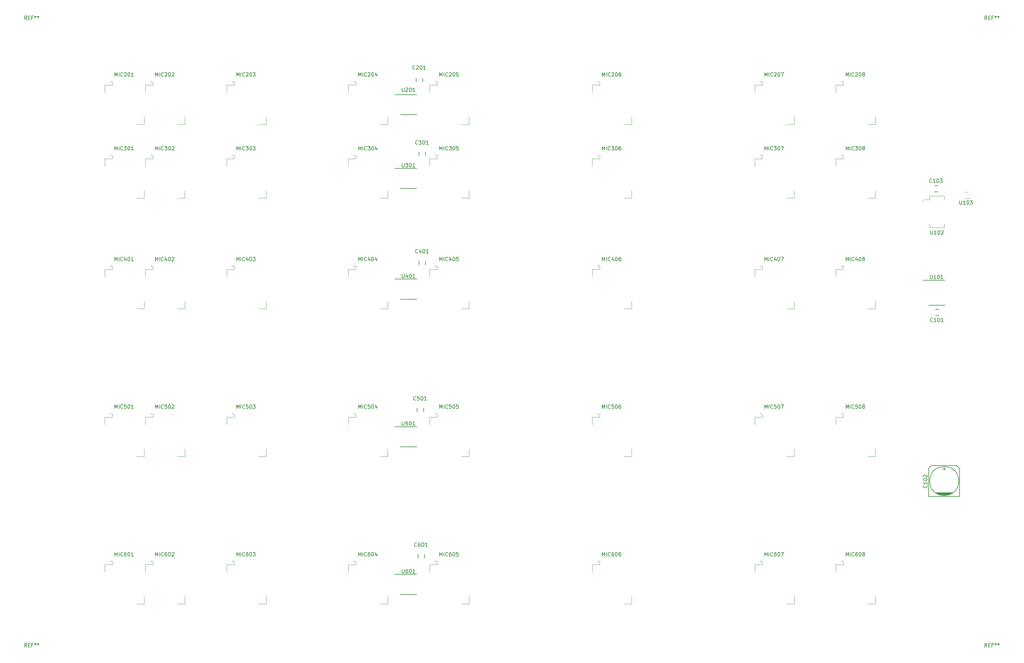
<source format=gto>
G04 #@! TF.FileFunction,Legend,Top*
%FSLAX46Y46*%
G04 Gerber Fmt 4.6, Leading zero omitted, Abs format (unit mm)*
G04 Created by KiCad (PCBNEW no-vcs-found-product) date Seg 25 Abr 2016 23:01:13 BRT*
%MOMM*%
G01*
G04 APERTURE LIST*
%ADD10C,0.100000*%
%ADD11C,0.150000*%
%ADD12C,0.119380*%
%ADD13C,0.120000*%
%ADD14C,0.099060*%
G04 APERTURE END LIST*
D10*
D11*
X284610000Y-117130000D02*
X285610000Y-117130000D01*
X285610000Y-115430000D02*
X284610000Y-115430000D01*
X285984000Y-165810000D02*
X288016000Y-165810000D01*
X288397000Y-165683000D02*
X285603000Y-165683000D01*
X285349000Y-165556000D02*
X288651000Y-165556000D01*
X288905000Y-165429000D02*
X285095000Y-165429000D01*
X289032000Y-165302000D02*
X284968000Y-165302000D01*
X284714000Y-165175000D02*
X289286000Y-165175000D01*
X282809000Y-166191000D02*
X291191000Y-166191000D01*
X291191000Y-166191000D02*
X291191000Y-158571000D01*
X291191000Y-158571000D02*
X290429000Y-157809000D01*
X290429000Y-157809000D02*
X283571000Y-157809000D01*
X283571000Y-157809000D02*
X282809000Y-158571000D01*
X282809000Y-158571000D02*
X282809000Y-166191000D01*
X287000000Y-158317000D02*
X287000000Y-159079000D01*
X286619000Y-158698000D02*
X287381000Y-158698000D01*
X290937000Y-162000000D02*
G75*
G03X290937000Y-162000000I-3937000J0D01*
G01*
X285356000Y-81902000D02*
X284356000Y-81902000D01*
X284356000Y-83602000D02*
X285356000Y-83602000D01*
X144052000Y-52788000D02*
X144052000Y-53788000D01*
X145752000Y-53788000D02*
X145752000Y-52788000D01*
X144814000Y-72834000D02*
X144814000Y-73834000D01*
X146514000Y-73834000D02*
X146514000Y-72834000D01*
X144814000Y-102318000D02*
X144814000Y-103318000D01*
X146514000Y-103318000D02*
X146514000Y-102318000D01*
X144306000Y-142196000D02*
X144306000Y-143196000D01*
X146006000Y-143196000D02*
X146006000Y-142196000D01*
X144560000Y-181820000D02*
X144560000Y-182820000D01*
X146260000Y-182820000D02*
X146260000Y-181820000D01*
D12*
X61444000Y-53777000D02*
G75*
G03X61444000Y-53777000I-127000J0D01*
G01*
D13*
X70334000Y-65334000D02*
X70334000Y-63302000D01*
X70334000Y-65334000D02*
X68302000Y-65334000D01*
X59666000Y-56698000D02*
X59666000Y-54666000D01*
X61698000Y-54666000D02*
X59666000Y-54666000D01*
X61698000Y-54666000D02*
X61698000Y-53650000D01*
D12*
X72444000Y-53777000D02*
G75*
G03X72444000Y-53777000I-127000J0D01*
G01*
D13*
X81334000Y-65334000D02*
X81334000Y-63302000D01*
X81334000Y-65334000D02*
X79302000Y-65334000D01*
X70666000Y-56698000D02*
X70666000Y-54666000D01*
X72698000Y-54666000D02*
X70666000Y-54666000D01*
X72698000Y-54666000D02*
X72698000Y-53650000D01*
D12*
X94444000Y-53777000D02*
G75*
G03X94444000Y-53777000I-127000J0D01*
G01*
D13*
X103334000Y-65334000D02*
X103334000Y-63302000D01*
X103334000Y-65334000D02*
X101302000Y-65334000D01*
X92666000Y-56698000D02*
X92666000Y-54666000D01*
X94698000Y-54666000D02*
X92666000Y-54666000D01*
X94698000Y-54666000D02*
X94698000Y-53650000D01*
D12*
X127444000Y-53777000D02*
G75*
G03X127444000Y-53777000I-127000J0D01*
G01*
D13*
X136334000Y-65334000D02*
X136334000Y-63302000D01*
X136334000Y-65334000D02*
X134302000Y-65334000D01*
X125666000Y-56698000D02*
X125666000Y-54666000D01*
X127698000Y-54666000D02*
X125666000Y-54666000D01*
X127698000Y-54666000D02*
X127698000Y-53650000D01*
D12*
X149444000Y-53777000D02*
G75*
G03X149444000Y-53777000I-127000J0D01*
G01*
D13*
X158334000Y-65334000D02*
X158334000Y-63302000D01*
X158334000Y-65334000D02*
X156302000Y-65334000D01*
X147666000Y-56698000D02*
X147666000Y-54666000D01*
X149698000Y-54666000D02*
X147666000Y-54666000D01*
X149698000Y-54666000D02*
X149698000Y-53650000D01*
D12*
X193444000Y-53777000D02*
G75*
G03X193444000Y-53777000I-127000J0D01*
G01*
D13*
X202334000Y-65334000D02*
X202334000Y-63302000D01*
X202334000Y-65334000D02*
X200302000Y-65334000D01*
X191666000Y-56698000D02*
X191666000Y-54666000D01*
X193698000Y-54666000D02*
X191666000Y-54666000D01*
X193698000Y-54666000D02*
X193698000Y-53650000D01*
D12*
X237444000Y-53777000D02*
G75*
G03X237444000Y-53777000I-127000J0D01*
G01*
D13*
X246334000Y-65334000D02*
X246334000Y-63302000D01*
X246334000Y-65334000D02*
X244302000Y-65334000D01*
X235666000Y-56698000D02*
X235666000Y-54666000D01*
X237698000Y-54666000D02*
X235666000Y-54666000D01*
X237698000Y-54666000D02*
X237698000Y-53650000D01*
D12*
X259444000Y-53777000D02*
G75*
G03X259444000Y-53777000I-127000J0D01*
G01*
D13*
X268334000Y-65334000D02*
X268334000Y-63302000D01*
X268334000Y-65334000D02*
X266302000Y-65334000D01*
X257666000Y-56698000D02*
X257666000Y-54666000D01*
X259698000Y-54666000D02*
X257666000Y-54666000D01*
X259698000Y-54666000D02*
X259698000Y-53650000D01*
D12*
X61444000Y-73777000D02*
G75*
G03X61444000Y-73777000I-127000J0D01*
G01*
D13*
X70334000Y-85334000D02*
X70334000Y-83302000D01*
X70334000Y-85334000D02*
X68302000Y-85334000D01*
X59666000Y-76698000D02*
X59666000Y-74666000D01*
X61698000Y-74666000D02*
X59666000Y-74666000D01*
X61698000Y-74666000D02*
X61698000Y-73650000D01*
D12*
X72444000Y-73777000D02*
G75*
G03X72444000Y-73777000I-127000J0D01*
G01*
D13*
X81334000Y-85334000D02*
X81334000Y-83302000D01*
X81334000Y-85334000D02*
X79302000Y-85334000D01*
X70666000Y-76698000D02*
X70666000Y-74666000D01*
X72698000Y-74666000D02*
X70666000Y-74666000D01*
X72698000Y-74666000D02*
X72698000Y-73650000D01*
D12*
X94444000Y-73777000D02*
G75*
G03X94444000Y-73777000I-127000J0D01*
G01*
D13*
X103334000Y-85334000D02*
X103334000Y-83302000D01*
X103334000Y-85334000D02*
X101302000Y-85334000D01*
X92666000Y-76698000D02*
X92666000Y-74666000D01*
X94698000Y-74666000D02*
X92666000Y-74666000D01*
X94698000Y-74666000D02*
X94698000Y-73650000D01*
D12*
X127444000Y-73777000D02*
G75*
G03X127444000Y-73777000I-127000J0D01*
G01*
D13*
X136334000Y-85334000D02*
X136334000Y-83302000D01*
X136334000Y-85334000D02*
X134302000Y-85334000D01*
X125666000Y-76698000D02*
X125666000Y-74666000D01*
X127698000Y-74666000D02*
X125666000Y-74666000D01*
X127698000Y-74666000D02*
X127698000Y-73650000D01*
D12*
X149444000Y-73777000D02*
G75*
G03X149444000Y-73777000I-127000J0D01*
G01*
D13*
X158334000Y-85334000D02*
X158334000Y-83302000D01*
X158334000Y-85334000D02*
X156302000Y-85334000D01*
X147666000Y-76698000D02*
X147666000Y-74666000D01*
X149698000Y-74666000D02*
X147666000Y-74666000D01*
X149698000Y-74666000D02*
X149698000Y-73650000D01*
D12*
X193444000Y-73777000D02*
G75*
G03X193444000Y-73777000I-127000J0D01*
G01*
D13*
X202334000Y-85334000D02*
X202334000Y-83302000D01*
X202334000Y-85334000D02*
X200302000Y-85334000D01*
X191666000Y-76698000D02*
X191666000Y-74666000D01*
X193698000Y-74666000D02*
X191666000Y-74666000D01*
X193698000Y-74666000D02*
X193698000Y-73650000D01*
D12*
X237444000Y-73777000D02*
G75*
G03X237444000Y-73777000I-127000J0D01*
G01*
D13*
X246334000Y-85334000D02*
X246334000Y-83302000D01*
X246334000Y-85334000D02*
X244302000Y-85334000D01*
X235666000Y-76698000D02*
X235666000Y-74666000D01*
X237698000Y-74666000D02*
X235666000Y-74666000D01*
X237698000Y-74666000D02*
X237698000Y-73650000D01*
D12*
X259444000Y-73777000D02*
G75*
G03X259444000Y-73777000I-127000J0D01*
G01*
D13*
X268334000Y-85334000D02*
X268334000Y-83302000D01*
X268334000Y-85334000D02*
X266302000Y-85334000D01*
X257666000Y-76698000D02*
X257666000Y-74666000D01*
X259698000Y-74666000D02*
X257666000Y-74666000D01*
X259698000Y-74666000D02*
X259698000Y-73650000D01*
D12*
X61444000Y-103777000D02*
G75*
G03X61444000Y-103777000I-127000J0D01*
G01*
D13*
X70334000Y-115334000D02*
X70334000Y-113302000D01*
X70334000Y-115334000D02*
X68302000Y-115334000D01*
X59666000Y-106698000D02*
X59666000Y-104666000D01*
X61698000Y-104666000D02*
X59666000Y-104666000D01*
X61698000Y-104666000D02*
X61698000Y-103650000D01*
D12*
X72444000Y-103777000D02*
G75*
G03X72444000Y-103777000I-127000J0D01*
G01*
D13*
X81334000Y-115334000D02*
X81334000Y-113302000D01*
X81334000Y-115334000D02*
X79302000Y-115334000D01*
X70666000Y-106698000D02*
X70666000Y-104666000D01*
X72698000Y-104666000D02*
X70666000Y-104666000D01*
X72698000Y-104666000D02*
X72698000Y-103650000D01*
D12*
X94444000Y-103777000D02*
G75*
G03X94444000Y-103777000I-127000J0D01*
G01*
D13*
X103334000Y-115334000D02*
X103334000Y-113302000D01*
X103334000Y-115334000D02*
X101302000Y-115334000D01*
X92666000Y-106698000D02*
X92666000Y-104666000D01*
X94698000Y-104666000D02*
X92666000Y-104666000D01*
X94698000Y-104666000D02*
X94698000Y-103650000D01*
D12*
X127444000Y-103777000D02*
G75*
G03X127444000Y-103777000I-127000J0D01*
G01*
D13*
X136334000Y-115334000D02*
X136334000Y-113302000D01*
X136334000Y-115334000D02*
X134302000Y-115334000D01*
X125666000Y-106698000D02*
X125666000Y-104666000D01*
X127698000Y-104666000D02*
X125666000Y-104666000D01*
X127698000Y-104666000D02*
X127698000Y-103650000D01*
D12*
X149444000Y-103777000D02*
G75*
G03X149444000Y-103777000I-127000J0D01*
G01*
D13*
X158334000Y-115334000D02*
X158334000Y-113302000D01*
X158334000Y-115334000D02*
X156302000Y-115334000D01*
X147666000Y-106698000D02*
X147666000Y-104666000D01*
X149698000Y-104666000D02*
X147666000Y-104666000D01*
X149698000Y-104666000D02*
X149698000Y-103650000D01*
D12*
X193444000Y-103777000D02*
G75*
G03X193444000Y-103777000I-127000J0D01*
G01*
D13*
X202334000Y-115334000D02*
X202334000Y-113302000D01*
X202334000Y-115334000D02*
X200302000Y-115334000D01*
X191666000Y-106698000D02*
X191666000Y-104666000D01*
X193698000Y-104666000D02*
X191666000Y-104666000D01*
X193698000Y-104666000D02*
X193698000Y-103650000D01*
D12*
X237444000Y-103777000D02*
G75*
G03X237444000Y-103777000I-127000J0D01*
G01*
D13*
X246334000Y-115334000D02*
X246334000Y-113302000D01*
X246334000Y-115334000D02*
X244302000Y-115334000D01*
X235666000Y-106698000D02*
X235666000Y-104666000D01*
X237698000Y-104666000D02*
X235666000Y-104666000D01*
X237698000Y-104666000D02*
X237698000Y-103650000D01*
D12*
X259444000Y-103777000D02*
G75*
G03X259444000Y-103777000I-127000J0D01*
G01*
D13*
X268334000Y-115334000D02*
X268334000Y-113302000D01*
X268334000Y-115334000D02*
X266302000Y-115334000D01*
X257666000Y-106698000D02*
X257666000Y-104666000D01*
X259698000Y-104666000D02*
X257666000Y-104666000D01*
X259698000Y-104666000D02*
X259698000Y-103650000D01*
D12*
X61444000Y-143777000D02*
G75*
G03X61444000Y-143777000I-127000J0D01*
G01*
D13*
X70334000Y-155334000D02*
X70334000Y-153302000D01*
X70334000Y-155334000D02*
X68302000Y-155334000D01*
X59666000Y-146698000D02*
X59666000Y-144666000D01*
X61698000Y-144666000D02*
X59666000Y-144666000D01*
X61698000Y-144666000D02*
X61698000Y-143650000D01*
D12*
X72444000Y-143777000D02*
G75*
G03X72444000Y-143777000I-127000J0D01*
G01*
D13*
X81334000Y-155334000D02*
X81334000Y-153302000D01*
X81334000Y-155334000D02*
X79302000Y-155334000D01*
X70666000Y-146698000D02*
X70666000Y-144666000D01*
X72698000Y-144666000D02*
X70666000Y-144666000D01*
X72698000Y-144666000D02*
X72698000Y-143650000D01*
D12*
X94444000Y-143777000D02*
G75*
G03X94444000Y-143777000I-127000J0D01*
G01*
D13*
X103334000Y-155334000D02*
X103334000Y-153302000D01*
X103334000Y-155334000D02*
X101302000Y-155334000D01*
X92666000Y-146698000D02*
X92666000Y-144666000D01*
X94698000Y-144666000D02*
X92666000Y-144666000D01*
X94698000Y-144666000D02*
X94698000Y-143650000D01*
D12*
X127444000Y-143777000D02*
G75*
G03X127444000Y-143777000I-127000J0D01*
G01*
D13*
X136334000Y-155334000D02*
X136334000Y-153302000D01*
X136334000Y-155334000D02*
X134302000Y-155334000D01*
X125666000Y-146698000D02*
X125666000Y-144666000D01*
X127698000Y-144666000D02*
X125666000Y-144666000D01*
X127698000Y-144666000D02*
X127698000Y-143650000D01*
D12*
X149444000Y-143777000D02*
G75*
G03X149444000Y-143777000I-127000J0D01*
G01*
D13*
X158334000Y-155334000D02*
X158334000Y-153302000D01*
X158334000Y-155334000D02*
X156302000Y-155334000D01*
X147666000Y-146698000D02*
X147666000Y-144666000D01*
X149698000Y-144666000D02*
X147666000Y-144666000D01*
X149698000Y-144666000D02*
X149698000Y-143650000D01*
D12*
X193444000Y-143777000D02*
G75*
G03X193444000Y-143777000I-127000J0D01*
G01*
D13*
X202334000Y-155334000D02*
X202334000Y-153302000D01*
X202334000Y-155334000D02*
X200302000Y-155334000D01*
X191666000Y-146698000D02*
X191666000Y-144666000D01*
X193698000Y-144666000D02*
X191666000Y-144666000D01*
X193698000Y-144666000D02*
X193698000Y-143650000D01*
D12*
X237444000Y-143777000D02*
G75*
G03X237444000Y-143777000I-127000J0D01*
G01*
D13*
X246334000Y-155334000D02*
X246334000Y-153302000D01*
X246334000Y-155334000D02*
X244302000Y-155334000D01*
X235666000Y-146698000D02*
X235666000Y-144666000D01*
X237698000Y-144666000D02*
X235666000Y-144666000D01*
X237698000Y-144666000D02*
X237698000Y-143650000D01*
D12*
X259444000Y-143777000D02*
G75*
G03X259444000Y-143777000I-127000J0D01*
G01*
D13*
X268334000Y-155334000D02*
X268334000Y-153302000D01*
X268334000Y-155334000D02*
X266302000Y-155334000D01*
X257666000Y-146698000D02*
X257666000Y-144666000D01*
X259698000Y-144666000D02*
X257666000Y-144666000D01*
X259698000Y-144666000D02*
X259698000Y-143650000D01*
D12*
X61444000Y-183777000D02*
G75*
G03X61444000Y-183777000I-127000J0D01*
G01*
D13*
X70334000Y-195334000D02*
X70334000Y-193302000D01*
X70334000Y-195334000D02*
X68302000Y-195334000D01*
X59666000Y-186698000D02*
X59666000Y-184666000D01*
X61698000Y-184666000D02*
X59666000Y-184666000D01*
X61698000Y-184666000D02*
X61698000Y-183650000D01*
D12*
X72444000Y-183777000D02*
G75*
G03X72444000Y-183777000I-127000J0D01*
G01*
D13*
X81334000Y-195334000D02*
X81334000Y-193302000D01*
X81334000Y-195334000D02*
X79302000Y-195334000D01*
X70666000Y-186698000D02*
X70666000Y-184666000D01*
X72698000Y-184666000D02*
X70666000Y-184666000D01*
X72698000Y-184666000D02*
X72698000Y-183650000D01*
D12*
X94444000Y-183777000D02*
G75*
G03X94444000Y-183777000I-127000J0D01*
G01*
D13*
X103334000Y-195334000D02*
X103334000Y-193302000D01*
X103334000Y-195334000D02*
X101302000Y-195334000D01*
X92666000Y-186698000D02*
X92666000Y-184666000D01*
X94698000Y-184666000D02*
X92666000Y-184666000D01*
X94698000Y-184666000D02*
X94698000Y-183650000D01*
D12*
X127444000Y-183777000D02*
G75*
G03X127444000Y-183777000I-127000J0D01*
G01*
D13*
X136334000Y-195334000D02*
X136334000Y-193302000D01*
X136334000Y-195334000D02*
X134302000Y-195334000D01*
X125666000Y-186698000D02*
X125666000Y-184666000D01*
X127698000Y-184666000D02*
X125666000Y-184666000D01*
X127698000Y-184666000D02*
X127698000Y-183650000D01*
D12*
X149444000Y-183777000D02*
G75*
G03X149444000Y-183777000I-127000J0D01*
G01*
D13*
X158334000Y-195334000D02*
X158334000Y-193302000D01*
X158334000Y-195334000D02*
X156302000Y-195334000D01*
X147666000Y-186698000D02*
X147666000Y-184666000D01*
X149698000Y-184666000D02*
X147666000Y-184666000D01*
X149698000Y-184666000D02*
X149698000Y-183650000D01*
D12*
X193444000Y-183777000D02*
G75*
G03X193444000Y-183777000I-127000J0D01*
G01*
D13*
X202334000Y-195334000D02*
X202334000Y-193302000D01*
X202334000Y-195334000D02*
X200302000Y-195334000D01*
X191666000Y-186698000D02*
X191666000Y-184666000D01*
X193698000Y-184666000D02*
X191666000Y-184666000D01*
X193698000Y-184666000D02*
X193698000Y-183650000D01*
D12*
X237444000Y-183777000D02*
G75*
G03X237444000Y-183777000I-127000J0D01*
G01*
D13*
X246334000Y-195334000D02*
X246334000Y-193302000D01*
X246334000Y-195334000D02*
X244302000Y-195334000D01*
X235666000Y-186698000D02*
X235666000Y-184666000D01*
X237698000Y-184666000D02*
X235666000Y-184666000D01*
X237698000Y-184666000D02*
X237698000Y-183650000D01*
D12*
X259444000Y-183777000D02*
G75*
G03X259444000Y-183777000I-127000J0D01*
G01*
D13*
X268334000Y-195334000D02*
X268334000Y-193302000D01*
X268334000Y-195334000D02*
X266302000Y-195334000D01*
X257666000Y-186698000D02*
X257666000Y-184666000D01*
X259698000Y-184666000D02*
X257666000Y-184666000D01*
X259698000Y-184666000D02*
X259698000Y-183650000D01*
D11*
X282775000Y-114375000D02*
X287225000Y-114375000D01*
X281250000Y-107625000D02*
X287225000Y-107625000D01*
D12*
X281601480Y-85756420D02*
X283001020Y-85756420D01*
X283000000Y-85750000D02*
X283000000Y-84700000D01*
X283000000Y-84700000D02*
X287000000Y-84700000D01*
X287000000Y-84700000D02*
X287000000Y-85750000D01*
X283000000Y-92250000D02*
X283000000Y-93300000D01*
X283000000Y-93300000D02*
X287000000Y-93300000D01*
X287000000Y-93300000D02*
X287000000Y-92250000D01*
D14*
X281288730Y-86142500D02*
G75*
G03X281288730Y-86142500I-68250J0D01*
G01*
D12*
X293987300Y-85378360D02*
X292580140Y-85378360D01*
X293387860Y-83681640D02*
X292580140Y-83681640D01*
D14*
X294436550Y-85027840D02*
G75*
G03X294436550Y-85027840I-68250J0D01*
G01*
D11*
X139800000Y-62725000D02*
X144200000Y-62725000D01*
X138225000Y-57275000D02*
X144200000Y-57275000D01*
X139800000Y-82725000D02*
X144200000Y-82725000D01*
X138225000Y-77275000D02*
X144200000Y-77275000D01*
X139800000Y-112725000D02*
X144200000Y-112725000D01*
X138225000Y-107275000D02*
X144200000Y-107275000D01*
X139800000Y-152725000D02*
X144200000Y-152725000D01*
X138225000Y-147275000D02*
X144200000Y-147275000D01*
X139800000Y-192725000D02*
X144200000Y-192725000D01*
X138225000Y-187275000D02*
X144200000Y-187275000D01*
X298569166Y-36952260D02*
X298235833Y-36476070D01*
X297997738Y-36952260D02*
X297997738Y-35952260D01*
X298378690Y-35952260D01*
X298473928Y-35999880D01*
X298521547Y-36047499D01*
X298569166Y-36142737D01*
X298569166Y-36285594D01*
X298521547Y-36380832D01*
X298473928Y-36428451D01*
X298378690Y-36476070D01*
X297997738Y-36476070D01*
X298997738Y-36428451D02*
X299331071Y-36428451D01*
X299473928Y-36952260D02*
X298997738Y-36952260D01*
X298997738Y-35952260D01*
X299473928Y-35952260D01*
X300235833Y-36428451D02*
X299902500Y-36428451D01*
X299902500Y-36952260D02*
X299902500Y-35952260D01*
X300378690Y-35952260D01*
X300902500Y-35952260D02*
X300902500Y-36190356D01*
X300664404Y-36095118D02*
X300902500Y-36190356D01*
X301140595Y-36095118D01*
X300759642Y-36380832D02*
X300902500Y-36190356D01*
X301045357Y-36380832D01*
X301664404Y-35952260D02*
X301664404Y-36190356D01*
X301426309Y-36095118D02*
X301664404Y-36190356D01*
X301902500Y-36095118D01*
X301521547Y-36380832D02*
X301664404Y-36190356D01*
X301807261Y-36380832D01*
X38569166Y-36952260D02*
X38235833Y-36476070D01*
X37997738Y-36952260D02*
X37997738Y-35952260D01*
X38378690Y-35952260D01*
X38473928Y-35999880D01*
X38521547Y-36047499D01*
X38569166Y-36142737D01*
X38569166Y-36285594D01*
X38521547Y-36380832D01*
X38473928Y-36428451D01*
X38378690Y-36476070D01*
X37997738Y-36476070D01*
X38997738Y-36428451D02*
X39331071Y-36428451D01*
X39473928Y-36952260D02*
X38997738Y-36952260D01*
X38997738Y-35952260D01*
X39473928Y-35952260D01*
X40235833Y-36428451D02*
X39902500Y-36428451D01*
X39902500Y-36952260D02*
X39902500Y-35952260D01*
X40378690Y-35952260D01*
X40902500Y-35952260D02*
X40902500Y-36190356D01*
X40664404Y-36095118D02*
X40902500Y-36190356D01*
X41140595Y-36095118D01*
X40759642Y-36380832D02*
X40902500Y-36190356D01*
X41045357Y-36380832D01*
X41664404Y-35952260D02*
X41664404Y-36190356D01*
X41426309Y-36095118D02*
X41664404Y-36190356D01*
X41902500Y-36095118D01*
X41521547Y-36380832D02*
X41664404Y-36190356D01*
X41807261Y-36380832D01*
X38569166Y-206952260D02*
X38235833Y-206476070D01*
X37997738Y-206952260D02*
X37997738Y-205952260D01*
X38378690Y-205952260D01*
X38473928Y-205999880D01*
X38521547Y-206047499D01*
X38569166Y-206142737D01*
X38569166Y-206285594D01*
X38521547Y-206380832D01*
X38473928Y-206428451D01*
X38378690Y-206476070D01*
X37997738Y-206476070D01*
X38997738Y-206428451D02*
X39331071Y-206428451D01*
X39473928Y-206952260D02*
X38997738Y-206952260D01*
X38997738Y-205952260D01*
X39473928Y-205952260D01*
X40235833Y-206428451D02*
X39902500Y-206428451D01*
X39902500Y-206952260D02*
X39902500Y-205952260D01*
X40378690Y-205952260D01*
X40902500Y-205952260D02*
X40902500Y-206190356D01*
X40664404Y-206095118D02*
X40902500Y-206190356D01*
X41140595Y-206095118D01*
X40759642Y-206380832D02*
X40902500Y-206190356D01*
X41045357Y-206380832D01*
X41664404Y-205952260D02*
X41664404Y-206190356D01*
X41426309Y-206095118D02*
X41664404Y-206190356D01*
X41902500Y-206095118D01*
X41521547Y-206380832D02*
X41664404Y-206190356D01*
X41807261Y-206380832D01*
X283893452Y-118737142D02*
X283845833Y-118784761D01*
X283702976Y-118832380D01*
X283607738Y-118832380D01*
X283464880Y-118784761D01*
X283369642Y-118689523D01*
X283322023Y-118594285D01*
X283274404Y-118403809D01*
X283274404Y-118260952D01*
X283322023Y-118070476D01*
X283369642Y-117975238D01*
X283464880Y-117880000D01*
X283607738Y-117832380D01*
X283702976Y-117832380D01*
X283845833Y-117880000D01*
X283893452Y-117927619D01*
X284845833Y-118832380D02*
X284274404Y-118832380D01*
X284560119Y-118832380D02*
X284560119Y-117832380D01*
X284464880Y-117975238D01*
X284369642Y-118070476D01*
X284274404Y-118118095D01*
X285464880Y-117832380D02*
X285560119Y-117832380D01*
X285655357Y-117880000D01*
X285702976Y-117927619D01*
X285750595Y-118022857D01*
X285798214Y-118213333D01*
X285798214Y-118451428D01*
X285750595Y-118641904D01*
X285702976Y-118737142D01*
X285655357Y-118784761D01*
X285560119Y-118832380D01*
X285464880Y-118832380D01*
X285369642Y-118784761D01*
X285322023Y-118737142D01*
X285274404Y-118641904D01*
X285226785Y-118451428D01*
X285226785Y-118213333D01*
X285274404Y-118022857D01*
X285322023Y-117927619D01*
X285369642Y-117880000D01*
X285464880Y-117832380D01*
X286750595Y-118832380D02*
X286179166Y-118832380D01*
X286464880Y-118832380D02*
X286464880Y-117832380D01*
X286369642Y-117975238D01*
X286274404Y-118070476D01*
X286179166Y-118118095D01*
X282277142Y-163216547D02*
X282324761Y-163264166D01*
X282372380Y-163407023D01*
X282372380Y-163502261D01*
X282324761Y-163645119D01*
X282229523Y-163740357D01*
X282134285Y-163787976D01*
X281943809Y-163835595D01*
X281800952Y-163835595D01*
X281610476Y-163787976D01*
X281515238Y-163740357D01*
X281420000Y-163645119D01*
X281372380Y-163502261D01*
X281372380Y-163407023D01*
X281420000Y-163264166D01*
X281467619Y-163216547D01*
X282372380Y-162264166D02*
X282372380Y-162835595D01*
X282372380Y-162549880D02*
X281372380Y-162549880D01*
X281515238Y-162645119D01*
X281610476Y-162740357D01*
X281658095Y-162835595D01*
X281372380Y-161645119D02*
X281372380Y-161549880D01*
X281420000Y-161454642D01*
X281467619Y-161407023D01*
X281562857Y-161359404D01*
X281753333Y-161311785D01*
X281991428Y-161311785D01*
X282181904Y-161359404D01*
X282277142Y-161407023D01*
X282324761Y-161454642D01*
X282372380Y-161549880D01*
X282372380Y-161645119D01*
X282324761Y-161740357D01*
X282277142Y-161787976D01*
X282181904Y-161835595D01*
X281991428Y-161883214D01*
X281753333Y-161883214D01*
X281562857Y-161835595D01*
X281467619Y-161787976D01*
X281420000Y-161740357D01*
X281372380Y-161645119D01*
X281467619Y-160930833D02*
X281420000Y-160883214D01*
X281372380Y-160787976D01*
X281372380Y-160549880D01*
X281420000Y-160454642D01*
X281467619Y-160407023D01*
X281562857Y-160359404D01*
X281658095Y-160359404D01*
X281800952Y-160407023D01*
X282372380Y-160978452D01*
X282372380Y-160359404D01*
X283639452Y-81009142D02*
X283591833Y-81056761D01*
X283448976Y-81104380D01*
X283353738Y-81104380D01*
X283210880Y-81056761D01*
X283115642Y-80961523D01*
X283068023Y-80866285D01*
X283020404Y-80675809D01*
X283020404Y-80532952D01*
X283068023Y-80342476D01*
X283115642Y-80247238D01*
X283210880Y-80152000D01*
X283353738Y-80104380D01*
X283448976Y-80104380D01*
X283591833Y-80152000D01*
X283639452Y-80199619D01*
X284591833Y-81104380D02*
X284020404Y-81104380D01*
X284306119Y-81104380D02*
X284306119Y-80104380D01*
X284210880Y-80247238D01*
X284115642Y-80342476D01*
X284020404Y-80390095D01*
X285210880Y-80104380D02*
X285306119Y-80104380D01*
X285401357Y-80152000D01*
X285448976Y-80199619D01*
X285496595Y-80294857D01*
X285544214Y-80485333D01*
X285544214Y-80723428D01*
X285496595Y-80913904D01*
X285448976Y-81009142D01*
X285401357Y-81056761D01*
X285306119Y-81104380D01*
X285210880Y-81104380D01*
X285115642Y-81056761D01*
X285068023Y-81009142D01*
X285020404Y-80913904D01*
X284972785Y-80723428D01*
X284972785Y-80485333D01*
X285020404Y-80294857D01*
X285068023Y-80199619D01*
X285115642Y-80152000D01*
X285210880Y-80104380D01*
X285877547Y-80104380D02*
X286496595Y-80104380D01*
X286163261Y-80485333D01*
X286306119Y-80485333D01*
X286401357Y-80532952D01*
X286448976Y-80580571D01*
X286496595Y-80675809D01*
X286496595Y-80913904D01*
X286448976Y-81009142D01*
X286401357Y-81056761D01*
X286306119Y-81104380D01*
X286020404Y-81104380D01*
X285925166Y-81056761D01*
X285877547Y-81009142D01*
X143685452Y-50343142D02*
X143637833Y-50390761D01*
X143494976Y-50438380D01*
X143399738Y-50438380D01*
X143256880Y-50390761D01*
X143161642Y-50295523D01*
X143114023Y-50200285D01*
X143066404Y-50009809D01*
X143066404Y-49866952D01*
X143114023Y-49676476D01*
X143161642Y-49581238D01*
X143256880Y-49486000D01*
X143399738Y-49438380D01*
X143494976Y-49438380D01*
X143637833Y-49486000D01*
X143685452Y-49533619D01*
X144066404Y-49533619D02*
X144114023Y-49486000D01*
X144209261Y-49438380D01*
X144447357Y-49438380D01*
X144542595Y-49486000D01*
X144590214Y-49533619D01*
X144637833Y-49628857D01*
X144637833Y-49724095D01*
X144590214Y-49866952D01*
X144018785Y-50438380D01*
X144637833Y-50438380D01*
X145256880Y-49438380D02*
X145352119Y-49438380D01*
X145447357Y-49486000D01*
X145494976Y-49533619D01*
X145542595Y-49628857D01*
X145590214Y-49819333D01*
X145590214Y-50057428D01*
X145542595Y-50247904D01*
X145494976Y-50343142D01*
X145447357Y-50390761D01*
X145352119Y-50438380D01*
X145256880Y-50438380D01*
X145161642Y-50390761D01*
X145114023Y-50343142D01*
X145066404Y-50247904D01*
X145018785Y-50057428D01*
X145018785Y-49819333D01*
X145066404Y-49628857D01*
X145114023Y-49533619D01*
X145161642Y-49486000D01*
X145256880Y-49438380D01*
X146542595Y-50438380D02*
X145971166Y-50438380D01*
X146256880Y-50438380D02*
X146256880Y-49438380D01*
X146161642Y-49581238D01*
X146066404Y-49676476D01*
X145971166Y-49724095D01*
X144447452Y-70663142D02*
X144399833Y-70710761D01*
X144256976Y-70758380D01*
X144161738Y-70758380D01*
X144018880Y-70710761D01*
X143923642Y-70615523D01*
X143876023Y-70520285D01*
X143828404Y-70329809D01*
X143828404Y-70186952D01*
X143876023Y-69996476D01*
X143923642Y-69901238D01*
X144018880Y-69806000D01*
X144161738Y-69758380D01*
X144256976Y-69758380D01*
X144399833Y-69806000D01*
X144447452Y-69853619D01*
X144780785Y-69758380D02*
X145399833Y-69758380D01*
X145066500Y-70139333D01*
X145209357Y-70139333D01*
X145304595Y-70186952D01*
X145352214Y-70234571D01*
X145399833Y-70329809D01*
X145399833Y-70567904D01*
X145352214Y-70663142D01*
X145304595Y-70710761D01*
X145209357Y-70758380D01*
X144923642Y-70758380D01*
X144828404Y-70710761D01*
X144780785Y-70663142D01*
X146018880Y-69758380D02*
X146114119Y-69758380D01*
X146209357Y-69806000D01*
X146256976Y-69853619D01*
X146304595Y-69948857D01*
X146352214Y-70139333D01*
X146352214Y-70377428D01*
X146304595Y-70567904D01*
X146256976Y-70663142D01*
X146209357Y-70710761D01*
X146114119Y-70758380D01*
X146018880Y-70758380D01*
X145923642Y-70710761D01*
X145876023Y-70663142D01*
X145828404Y-70567904D01*
X145780785Y-70377428D01*
X145780785Y-70139333D01*
X145828404Y-69948857D01*
X145876023Y-69853619D01*
X145923642Y-69806000D01*
X146018880Y-69758380D01*
X147304595Y-70758380D02*
X146733166Y-70758380D01*
X147018880Y-70758380D02*
X147018880Y-69758380D01*
X146923642Y-69901238D01*
X146828404Y-69996476D01*
X146733166Y-70044095D01*
X144447452Y-100127142D02*
X144399833Y-100174761D01*
X144256976Y-100222380D01*
X144161738Y-100222380D01*
X144018880Y-100174761D01*
X143923642Y-100079523D01*
X143876023Y-99984285D01*
X143828404Y-99793809D01*
X143828404Y-99650952D01*
X143876023Y-99460476D01*
X143923642Y-99365238D01*
X144018880Y-99270000D01*
X144161738Y-99222380D01*
X144256976Y-99222380D01*
X144399833Y-99270000D01*
X144447452Y-99317619D01*
X145304595Y-99555714D02*
X145304595Y-100222380D01*
X145066500Y-99174761D02*
X144828404Y-99889047D01*
X145447452Y-99889047D01*
X146018880Y-99222380D02*
X146114119Y-99222380D01*
X146209357Y-99270000D01*
X146256976Y-99317619D01*
X146304595Y-99412857D01*
X146352214Y-99603333D01*
X146352214Y-99841428D01*
X146304595Y-100031904D01*
X146256976Y-100127142D01*
X146209357Y-100174761D01*
X146114119Y-100222380D01*
X146018880Y-100222380D01*
X145923642Y-100174761D01*
X145876023Y-100127142D01*
X145828404Y-100031904D01*
X145780785Y-99841428D01*
X145780785Y-99603333D01*
X145828404Y-99412857D01*
X145876023Y-99317619D01*
X145923642Y-99270000D01*
X146018880Y-99222380D01*
X147304595Y-100222380D02*
X146733166Y-100222380D01*
X147018880Y-100222380D02*
X147018880Y-99222380D01*
X146923642Y-99365238D01*
X146828404Y-99460476D01*
X146733166Y-99508095D01*
X143939452Y-140005142D02*
X143891833Y-140052761D01*
X143748976Y-140100380D01*
X143653738Y-140100380D01*
X143510880Y-140052761D01*
X143415642Y-139957523D01*
X143368023Y-139862285D01*
X143320404Y-139671809D01*
X143320404Y-139528952D01*
X143368023Y-139338476D01*
X143415642Y-139243238D01*
X143510880Y-139148000D01*
X143653738Y-139100380D01*
X143748976Y-139100380D01*
X143891833Y-139148000D01*
X143939452Y-139195619D01*
X144844214Y-139100380D02*
X144368023Y-139100380D01*
X144320404Y-139576571D01*
X144368023Y-139528952D01*
X144463261Y-139481333D01*
X144701357Y-139481333D01*
X144796595Y-139528952D01*
X144844214Y-139576571D01*
X144891833Y-139671809D01*
X144891833Y-139909904D01*
X144844214Y-140005142D01*
X144796595Y-140052761D01*
X144701357Y-140100380D01*
X144463261Y-140100380D01*
X144368023Y-140052761D01*
X144320404Y-140005142D01*
X145510880Y-139100380D02*
X145606119Y-139100380D01*
X145701357Y-139148000D01*
X145748976Y-139195619D01*
X145796595Y-139290857D01*
X145844214Y-139481333D01*
X145844214Y-139719428D01*
X145796595Y-139909904D01*
X145748976Y-140005142D01*
X145701357Y-140052761D01*
X145606119Y-140100380D01*
X145510880Y-140100380D01*
X145415642Y-140052761D01*
X145368023Y-140005142D01*
X145320404Y-139909904D01*
X145272785Y-139719428D01*
X145272785Y-139481333D01*
X145320404Y-139290857D01*
X145368023Y-139195619D01*
X145415642Y-139148000D01*
X145510880Y-139100380D01*
X146796595Y-140100380D02*
X146225166Y-140100380D01*
X146510880Y-140100380D02*
X146510880Y-139100380D01*
X146415642Y-139243238D01*
X146320404Y-139338476D01*
X146225166Y-139386095D01*
X144193452Y-179629142D02*
X144145833Y-179676761D01*
X144002976Y-179724380D01*
X143907738Y-179724380D01*
X143764880Y-179676761D01*
X143669642Y-179581523D01*
X143622023Y-179486285D01*
X143574404Y-179295809D01*
X143574404Y-179152952D01*
X143622023Y-178962476D01*
X143669642Y-178867238D01*
X143764880Y-178772000D01*
X143907738Y-178724380D01*
X144002976Y-178724380D01*
X144145833Y-178772000D01*
X144193452Y-178819619D01*
X145050595Y-178724380D02*
X144860119Y-178724380D01*
X144764880Y-178772000D01*
X144717261Y-178819619D01*
X144622023Y-178962476D01*
X144574404Y-179152952D01*
X144574404Y-179533904D01*
X144622023Y-179629142D01*
X144669642Y-179676761D01*
X144764880Y-179724380D01*
X144955357Y-179724380D01*
X145050595Y-179676761D01*
X145098214Y-179629142D01*
X145145833Y-179533904D01*
X145145833Y-179295809D01*
X145098214Y-179200571D01*
X145050595Y-179152952D01*
X144955357Y-179105333D01*
X144764880Y-179105333D01*
X144669642Y-179152952D01*
X144622023Y-179200571D01*
X144574404Y-179295809D01*
X145764880Y-178724380D02*
X145860119Y-178724380D01*
X145955357Y-178772000D01*
X146002976Y-178819619D01*
X146050595Y-178914857D01*
X146098214Y-179105333D01*
X146098214Y-179343428D01*
X146050595Y-179533904D01*
X146002976Y-179629142D01*
X145955357Y-179676761D01*
X145860119Y-179724380D01*
X145764880Y-179724380D01*
X145669642Y-179676761D01*
X145622023Y-179629142D01*
X145574404Y-179533904D01*
X145526785Y-179343428D01*
X145526785Y-179105333D01*
X145574404Y-178914857D01*
X145622023Y-178819619D01*
X145669642Y-178772000D01*
X145764880Y-178724380D01*
X147050595Y-179724380D02*
X146479166Y-179724380D01*
X146764880Y-179724380D02*
X146764880Y-178724380D01*
X146669642Y-178867238D01*
X146574404Y-178962476D01*
X146479166Y-179010095D01*
X62402500Y-52324380D02*
X62402500Y-51324380D01*
X62735833Y-52038666D01*
X63069166Y-51324380D01*
X63069166Y-52324380D01*
X63545357Y-52324380D02*
X63545357Y-51324380D01*
X64592976Y-52229142D02*
X64545357Y-52276761D01*
X64402500Y-52324380D01*
X64307261Y-52324380D01*
X64164404Y-52276761D01*
X64069166Y-52181523D01*
X64021547Y-52086285D01*
X63973928Y-51895809D01*
X63973928Y-51752952D01*
X64021547Y-51562476D01*
X64069166Y-51467238D01*
X64164404Y-51372000D01*
X64307261Y-51324380D01*
X64402500Y-51324380D01*
X64545357Y-51372000D01*
X64592976Y-51419619D01*
X64973928Y-51419619D02*
X65021547Y-51372000D01*
X65116785Y-51324380D01*
X65354880Y-51324380D01*
X65450119Y-51372000D01*
X65497738Y-51419619D01*
X65545357Y-51514857D01*
X65545357Y-51610095D01*
X65497738Y-51752952D01*
X64926309Y-52324380D01*
X65545357Y-52324380D01*
X66164404Y-51324380D02*
X66259642Y-51324380D01*
X66354880Y-51372000D01*
X66402500Y-51419619D01*
X66450119Y-51514857D01*
X66497738Y-51705333D01*
X66497738Y-51943428D01*
X66450119Y-52133904D01*
X66402500Y-52229142D01*
X66354880Y-52276761D01*
X66259642Y-52324380D01*
X66164404Y-52324380D01*
X66069166Y-52276761D01*
X66021547Y-52229142D01*
X65973928Y-52133904D01*
X65926309Y-51943428D01*
X65926309Y-51705333D01*
X65973928Y-51514857D01*
X66021547Y-51419619D01*
X66069166Y-51372000D01*
X66164404Y-51324380D01*
X67450119Y-52324380D02*
X66878690Y-52324380D01*
X67164404Y-52324380D02*
X67164404Y-51324380D01*
X67069166Y-51467238D01*
X66973928Y-51562476D01*
X66878690Y-51610095D01*
X73402500Y-52324380D02*
X73402500Y-51324380D01*
X73735833Y-52038666D01*
X74069166Y-51324380D01*
X74069166Y-52324380D01*
X74545357Y-52324380D02*
X74545357Y-51324380D01*
X75592976Y-52229142D02*
X75545357Y-52276761D01*
X75402500Y-52324380D01*
X75307261Y-52324380D01*
X75164404Y-52276761D01*
X75069166Y-52181523D01*
X75021547Y-52086285D01*
X74973928Y-51895809D01*
X74973928Y-51752952D01*
X75021547Y-51562476D01*
X75069166Y-51467238D01*
X75164404Y-51372000D01*
X75307261Y-51324380D01*
X75402500Y-51324380D01*
X75545357Y-51372000D01*
X75592976Y-51419619D01*
X75973928Y-51419619D02*
X76021547Y-51372000D01*
X76116785Y-51324380D01*
X76354880Y-51324380D01*
X76450119Y-51372000D01*
X76497738Y-51419619D01*
X76545357Y-51514857D01*
X76545357Y-51610095D01*
X76497738Y-51752952D01*
X75926309Y-52324380D01*
X76545357Y-52324380D01*
X77164404Y-51324380D02*
X77259642Y-51324380D01*
X77354880Y-51372000D01*
X77402500Y-51419619D01*
X77450119Y-51514857D01*
X77497738Y-51705333D01*
X77497738Y-51943428D01*
X77450119Y-52133904D01*
X77402500Y-52229142D01*
X77354880Y-52276761D01*
X77259642Y-52324380D01*
X77164404Y-52324380D01*
X77069166Y-52276761D01*
X77021547Y-52229142D01*
X76973928Y-52133904D01*
X76926309Y-51943428D01*
X76926309Y-51705333D01*
X76973928Y-51514857D01*
X77021547Y-51419619D01*
X77069166Y-51372000D01*
X77164404Y-51324380D01*
X77878690Y-51419619D02*
X77926309Y-51372000D01*
X78021547Y-51324380D01*
X78259642Y-51324380D01*
X78354880Y-51372000D01*
X78402500Y-51419619D01*
X78450119Y-51514857D01*
X78450119Y-51610095D01*
X78402500Y-51752952D01*
X77831071Y-52324380D01*
X78450119Y-52324380D01*
X95402500Y-52324380D02*
X95402500Y-51324380D01*
X95735833Y-52038666D01*
X96069166Y-51324380D01*
X96069166Y-52324380D01*
X96545357Y-52324380D02*
X96545357Y-51324380D01*
X97592976Y-52229142D02*
X97545357Y-52276761D01*
X97402500Y-52324380D01*
X97307261Y-52324380D01*
X97164404Y-52276761D01*
X97069166Y-52181523D01*
X97021547Y-52086285D01*
X96973928Y-51895809D01*
X96973928Y-51752952D01*
X97021547Y-51562476D01*
X97069166Y-51467238D01*
X97164404Y-51372000D01*
X97307261Y-51324380D01*
X97402500Y-51324380D01*
X97545357Y-51372000D01*
X97592976Y-51419619D01*
X97973928Y-51419619D02*
X98021547Y-51372000D01*
X98116785Y-51324380D01*
X98354880Y-51324380D01*
X98450119Y-51372000D01*
X98497738Y-51419619D01*
X98545357Y-51514857D01*
X98545357Y-51610095D01*
X98497738Y-51752952D01*
X97926309Y-52324380D01*
X98545357Y-52324380D01*
X99164404Y-51324380D02*
X99259642Y-51324380D01*
X99354880Y-51372000D01*
X99402500Y-51419619D01*
X99450119Y-51514857D01*
X99497738Y-51705333D01*
X99497738Y-51943428D01*
X99450119Y-52133904D01*
X99402500Y-52229142D01*
X99354880Y-52276761D01*
X99259642Y-52324380D01*
X99164404Y-52324380D01*
X99069166Y-52276761D01*
X99021547Y-52229142D01*
X98973928Y-52133904D01*
X98926309Y-51943428D01*
X98926309Y-51705333D01*
X98973928Y-51514857D01*
X99021547Y-51419619D01*
X99069166Y-51372000D01*
X99164404Y-51324380D01*
X99831071Y-51324380D02*
X100450119Y-51324380D01*
X100116785Y-51705333D01*
X100259642Y-51705333D01*
X100354880Y-51752952D01*
X100402500Y-51800571D01*
X100450119Y-51895809D01*
X100450119Y-52133904D01*
X100402500Y-52229142D01*
X100354880Y-52276761D01*
X100259642Y-52324380D01*
X99973928Y-52324380D01*
X99878690Y-52276761D01*
X99831071Y-52229142D01*
X128402500Y-52324380D02*
X128402500Y-51324380D01*
X128735833Y-52038666D01*
X129069166Y-51324380D01*
X129069166Y-52324380D01*
X129545357Y-52324380D02*
X129545357Y-51324380D01*
X130592976Y-52229142D02*
X130545357Y-52276761D01*
X130402500Y-52324380D01*
X130307261Y-52324380D01*
X130164404Y-52276761D01*
X130069166Y-52181523D01*
X130021547Y-52086285D01*
X129973928Y-51895809D01*
X129973928Y-51752952D01*
X130021547Y-51562476D01*
X130069166Y-51467238D01*
X130164404Y-51372000D01*
X130307261Y-51324380D01*
X130402500Y-51324380D01*
X130545357Y-51372000D01*
X130592976Y-51419619D01*
X130973928Y-51419619D02*
X131021547Y-51372000D01*
X131116785Y-51324380D01*
X131354880Y-51324380D01*
X131450119Y-51372000D01*
X131497738Y-51419619D01*
X131545357Y-51514857D01*
X131545357Y-51610095D01*
X131497738Y-51752952D01*
X130926309Y-52324380D01*
X131545357Y-52324380D01*
X132164404Y-51324380D02*
X132259642Y-51324380D01*
X132354880Y-51372000D01*
X132402500Y-51419619D01*
X132450119Y-51514857D01*
X132497738Y-51705333D01*
X132497738Y-51943428D01*
X132450119Y-52133904D01*
X132402500Y-52229142D01*
X132354880Y-52276761D01*
X132259642Y-52324380D01*
X132164404Y-52324380D01*
X132069166Y-52276761D01*
X132021547Y-52229142D01*
X131973928Y-52133904D01*
X131926309Y-51943428D01*
X131926309Y-51705333D01*
X131973928Y-51514857D01*
X132021547Y-51419619D01*
X132069166Y-51372000D01*
X132164404Y-51324380D01*
X133354880Y-51657714D02*
X133354880Y-52324380D01*
X133116785Y-51276761D02*
X132878690Y-51991047D01*
X133497738Y-51991047D01*
X150402500Y-52324380D02*
X150402500Y-51324380D01*
X150735833Y-52038666D01*
X151069166Y-51324380D01*
X151069166Y-52324380D01*
X151545357Y-52324380D02*
X151545357Y-51324380D01*
X152592976Y-52229142D02*
X152545357Y-52276761D01*
X152402500Y-52324380D01*
X152307261Y-52324380D01*
X152164404Y-52276761D01*
X152069166Y-52181523D01*
X152021547Y-52086285D01*
X151973928Y-51895809D01*
X151973928Y-51752952D01*
X152021547Y-51562476D01*
X152069166Y-51467238D01*
X152164404Y-51372000D01*
X152307261Y-51324380D01*
X152402500Y-51324380D01*
X152545357Y-51372000D01*
X152592976Y-51419619D01*
X152973928Y-51419619D02*
X153021547Y-51372000D01*
X153116785Y-51324380D01*
X153354880Y-51324380D01*
X153450119Y-51372000D01*
X153497738Y-51419619D01*
X153545357Y-51514857D01*
X153545357Y-51610095D01*
X153497738Y-51752952D01*
X152926309Y-52324380D01*
X153545357Y-52324380D01*
X154164404Y-51324380D02*
X154259642Y-51324380D01*
X154354880Y-51372000D01*
X154402500Y-51419619D01*
X154450119Y-51514857D01*
X154497738Y-51705333D01*
X154497738Y-51943428D01*
X154450119Y-52133904D01*
X154402500Y-52229142D01*
X154354880Y-52276761D01*
X154259642Y-52324380D01*
X154164404Y-52324380D01*
X154069166Y-52276761D01*
X154021547Y-52229142D01*
X153973928Y-52133904D01*
X153926309Y-51943428D01*
X153926309Y-51705333D01*
X153973928Y-51514857D01*
X154021547Y-51419619D01*
X154069166Y-51372000D01*
X154164404Y-51324380D01*
X155402500Y-51324380D02*
X154926309Y-51324380D01*
X154878690Y-51800571D01*
X154926309Y-51752952D01*
X155021547Y-51705333D01*
X155259642Y-51705333D01*
X155354880Y-51752952D01*
X155402500Y-51800571D01*
X155450119Y-51895809D01*
X155450119Y-52133904D01*
X155402500Y-52229142D01*
X155354880Y-52276761D01*
X155259642Y-52324380D01*
X155021547Y-52324380D01*
X154926309Y-52276761D01*
X154878690Y-52229142D01*
X194402500Y-52324380D02*
X194402500Y-51324380D01*
X194735833Y-52038666D01*
X195069166Y-51324380D01*
X195069166Y-52324380D01*
X195545357Y-52324380D02*
X195545357Y-51324380D01*
X196592976Y-52229142D02*
X196545357Y-52276761D01*
X196402500Y-52324380D01*
X196307261Y-52324380D01*
X196164404Y-52276761D01*
X196069166Y-52181523D01*
X196021547Y-52086285D01*
X195973928Y-51895809D01*
X195973928Y-51752952D01*
X196021547Y-51562476D01*
X196069166Y-51467238D01*
X196164404Y-51372000D01*
X196307261Y-51324380D01*
X196402500Y-51324380D01*
X196545357Y-51372000D01*
X196592976Y-51419619D01*
X196973928Y-51419619D02*
X197021547Y-51372000D01*
X197116785Y-51324380D01*
X197354880Y-51324380D01*
X197450119Y-51372000D01*
X197497738Y-51419619D01*
X197545357Y-51514857D01*
X197545357Y-51610095D01*
X197497738Y-51752952D01*
X196926309Y-52324380D01*
X197545357Y-52324380D01*
X198164404Y-51324380D02*
X198259642Y-51324380D01*
X198354880Y-51372000D01*
X198402500Y-51419619D01*
X198450119Y-51514857D01*
X198497738Y-51705333D01*
X198497738Y-51943428D01*
X198450119Y-52133904D01*
X198402500Y-52229142D01*
X198354880Y-52276761D01*
X198259642Y-52324380D01*
X198164404Y-52324380D01*
X198069166Y-52276761D01*
X198021547Y-52229142D01*
X197973928Y-52133904D01*
X197926309Y-51943428D01*
X197926309Y-51705333D01*
X197973928Y-51514857D01*
X198021547Y-51419619D01*
X198069166Y-51372000D01*
X198164404Y-51324380D01*
X199354880Y-51324380D02*
X199164404Y-51324380D01*
X199069166Y-51372000D01*
X199021547Y-51419619D01*
X198926309Y-51562476D01*
X198878690Y-51752952D01*
X198878690Y-52133904D01*
X198926309Y-52229142D01*
X198973928Y-52276761D01*
X199069166Y-52324380D01*
X199259642Y-52324380D01*
X199354880Y-52276761D01*
X199402500Y-52229142D01*
X199450119Y-52133904D01*
X199450119Y-51895809D01*
X199402500Y-51800571D01*
X199354880Y-51752952D01*
X199259642Y-51705333D01*
X199069166Y-51705333D01*
X198973928Y-51752952D01*
X198926309Y-51800571D01*
X198878690Y-51895809D01*
X238402500Y-52324380D02*
X238402500Y-51324380D01*
X238735833Y-52038666D01*
X239069166Y-51324380D01*
X239069166Y-52324380D01*
X239545357Y-52324380D02*
X239545357Y-51324380D01*
X240592976Y-52229142D02*
X240545357Y-52276761D01*
X240402500Y-52324380D01*
X240307261Y-52324380D01*
X240164404Y-52276761D01*
X240069166Y-52181523D01*
X240021547Y-52086285D01*
X239973928Y-51895809D01*
X239973928Y-51752952D01*
X240021547Y-51562476D01*
X240069166Y-51467238D01*
X240164404Y-51372000D01*
X240307261Y-51324380D01*
X240402500Y-51324380D01*
X240545357Y-51372000D01*
X240592976Y-51419619D01*
X240973928Y-51419619D02*
X241021547Y-51372000D01*
X241116785Y-51324380D01*
X241354880Y-51324380D01*
X241450119Y-51372000D01*
X241497738Y-51419619D01*
X241545357Y-51514857D01*
X241545357Y-51610095D01*
X241497738Y-51752952D01*
X240926309Y-52324380D01*
X241545357Y-52324380D01*
X242164404Y-51324380D02*
X242259642Y-51324380D01*
X242354880Y-51372000D01*
X242402500Y-51419619D01*
X242450119Y-51514857D01*
X242497738Y-51705333D01*
X242497738Y-51943428D01*
X242450119Y-52133904D01*
X242402500Y-52229142D01*
X242354880Y-52276761D01*
X242259642Y-52324380D01*
X242164404Y-52324380D01*
X242069166Y-52276761D01*
X242021547Y-52229142D01*
X241973928Y-52133904D01*
X241926309Y-51943428D01*
X241926309Y-51705333D01*
X241973928Y-51514857D01*
X242021547Y-51419619D01*
X242069166Y-51372000D01*
X242164404Y-51324380D01*
X242831071Y-51324380D02*
X243497738Y-51324380D01*
X243069166Y-52324380D01*
X260402500Y-52324380D02*
X260402500Y-51324380D01*
X260735833Y-52038666D01*
X261069166Y-51324380D01*
X261069166Y-52324380D01*
X261545357Y-52324380D02*
X261545357Y-51324380D01*
X262592976Y-52229142D02*
X262545357Y-52276761D01*
X262402500Y-52324380D01*
X262307261Y-52324380D01*
X262164404Y-52276761D01*
X262069166Y-52181523D01*
X262021547Y-52086285D01*
X261973928Y-51895809D01*
X261973928Y-51752952D01*
X262021547Y-51562476D01*
X262069166Y-51467238D01*
X262164404Y-51372000D01*
X262307261Y-51324380D01*
X262402500Y-51324380D01*
X262545357Y-51372000D01*
X262592976Y-51419619D01*
X262973928Y-51419619D02*
X263021547Y-51372000D01*
X263116785Y-51324380D01*
X263354880Y-51324380D01*
X263450119Y-51372000D01*
X263497738Y-51419619D01*
X263545357Y-51514857D01*
X263545357Y-51610095D01*
X263497738Y-51752952D01*
X262926309Y-52324380D01*
X263545357Y-52324380D01*
X264164404Y-51324380D02*
X264259642Y-51324380D01*
X264354880Y-51372000D01*
X264402500Y-51419619D01*
X264450119Y-51514857D01*
X264497738Y-51705333D01*
X264497738Y-51943428D01*
X264450119Y-52133904D01*
X264402500Y-52229142D01*
X264354880Y-52276761D01*
X264259642Y-52324380D01*
X264164404Y-52324380D01*
X264069166Y-52276761D01*
X264021547Y-52229142D01*
X263973928Y-52133904D01*
X263926309Y-51943428D01*
X263926309Y-51705333D01*
X263973928Y-51514857D01*
X264021547Y-51419619D01*
X264069166Y-51372000D01*
X264164404Y-51324380D01*
X265069166Y-51752952D02*
X264973928Y-51705333D01*
X264926309Y-51657714D01*
X264878690Y-51562476D01*
X264878690Y-51514857D01*
X264926309Y-51419619D01*
X264973928Y-51372000D01*
X265069166Y-51324380D01*
X265259642Y-51324380D01*
X265354880Y-51372000D01*
X265402500Y-51419619D01*
X265450119Y-51514857D01*
X265450119Y-51562476D01*
X265402500Y-51657714D01*
X265354880Y-51705333D01*
X265259642Y-51752952D01*
X265069166Y-51752952D01*
X264973928Y-51800571D01*
X264926309Y-51848190D01*
X264878690Y-51943428D01*
X264878690Y-52133904D01*
X264926309Y-52229142D01*
X264973928Y-52276761D01*
X265069166Y-52324380D01*
X265259642Y-52324380D01*
X265354880Y-52276761D01*
X265402500Y-52229142D01*
X265450119Y-52133904D01*
X265450119Y-51943428D01*
X265402500Y-51848190D01*
X265354880Y-51800571D01*
X265259642Y-51752952D01*
X62402500Y-72324380D02*
X62402500Y-71324380D01*
X62735833Y-72038666D01*
X63069166Y-71324380D01*
X63069166Y-72324380D01*
X63545357Y-72324380D02*
X63545357Y-71324380D01*
X64592976Y-72229142D02*
X64545357Y-72276761D01*
X64402500Y-72324380D01*
X64307261Y-72324380D01*
X64164404Y-72276761D01*
X64069166Y-72181523D01*
X64021547Y-72086285D01*
X63973928Y-71895809D01*
X63973928Y-71752952D01*
X64021547Y-71562476D01*
X64069166Y-71467238D01*
X64164404Y-71372000D01*
X64307261Y-71324380D01*
X64402500Y-71324380D01*
X64545357Y-71372000D01*
X64592976Y-71419619D01*
X64926309Y-71324380D02*
X65545357Y-71324380D01*
X65212023Y-71705333D01*
X65354880Y-71705333D01*
X65450119Y-71752952D01*
X65497738Y-71800571D01*
X65545357Y-71895809D01*
X65545357Y-72133904D01*
X65497738Y-72229142D01*
X65450119Y-72276761D01*
X65354880Y-72324380D01*
X65069166Y-72324380D01*
X64973928Y-72276761D01*
X64926309Y-72229142D01*
X66164404Y-71324380D02*
X66259642Y-71324380D01*
X66354880Y-71372000D01*
X66402500Y-71419619D01*
X66450119Y-71514857D01*
X66497738Y-71705333D01*
X66497738Y-71943428D01*
X66450119Y-72133904D01*
X66402500Y-72229142D01*
X66354880Y-72276761D01*
X66259642Y-72324380D01*
X66164404Y-72324380D01*
X66069166Y-72276761D01*
X66021547Y-72229142D01*
X65973928Y-72133904D01*
X65926309Y-71943428D01*
X65926309Y-71705333D01*
X65973928Y-71514857D01*
X66021547Y-71419619D01*
X66069166Y-71372000D01*
X66164404Y-71324380D01*
X67450119Y-72324380D02*
X66878690Y-72324380D01*
X67164404Y-72324380D02*
X67164404Y-71324380D01*
X67069166Y-71467238D01*
X66973928Y-71562476D01*
X66878690Y-71610095D01*
X73402500Y-72324380D02*
X73402500Y-71324380D01*
X73735833Y-72038666D01*
X74069166Y-71324380D01*
X74069166Y-72324380D01*
X74545357Y-72324380D02*
X74545357Y-71324380D01*
X75592976Y-72229142D02*
X75545357Y-72276761D01*
X75402500Y-72324380D01*
X75307261Y-72324380D01*
X75164404Y-72276761D01*
X75069166Y-72181523D01*
X75021547Y-72086285D01*
X74973928Y-71895809D01*
X74973928Y-71752952D01*
X75021547Y-71562476D01*
X75069166Y-71467238D01*
X75164404Y-71372000D01*
X75307261Y-71324380D01*
X75402500Y-71324380D01*
X75545357Y-71372000D01*
X75592976Y-71419619D01*
X75926309Y-71324380D02*
X76545357Y-71324380D01*
X76212023Y-71705333D01*
X76354880Y-71705333D01*
X76450119Y-71752952D01*
X76497738Y-71800571D01*
X76545357Y-71895809D01*
X76545357Y-72133904D01*
X76497738Y-72229142D01*
X76450119Y-72276761D01*
X76354880Y-72324380D01*
X76069166Y-72324380D01*
X75973928Y-72276761D01*
X75926309Y-72229142D01*
X77164404Y-71324380D02*
X77259642Y-71324380D01*
X77354880Y-71372000D01*
X77402500Y-71419619D01*
X77450119Y-71514857D01*
X77497738Y-71705333D01*
X77497738Y-71943428D01*
X77450119Y-72133904D01*
X77402500Y-72229142D01*
X77354880Y-72276761D01*
X77259642Y-72324380D01*
X77164404Y-72324380D01*
X77069166Y-72276761D01*
X77021547Y-72229142D01*
X76973928Y-72133904D01*
X76926309Y-71943428D01*
X76926309Y-71705333D01*
X76973928Y-71514857D01*
X77021547Y-71419619D01*
X77069166Y-71372000D01*
X77164404Y-71324380D01*
X77878690Y-71419619D02*
X77926309Y-71372000D01*
X78021547Y-71324380D01*
X78259642Y-71324380D01*
X78354880Y-71372000D01*
X78402500Y-71419619D01*
X78450119Y-71514857D01*
X78450119Y-71610095D01*
X78402500Y-71752952D01*
X77831071Y-72324380D01*
X78450119Y-72324380D01*
X95402500Y-72324380D02*
X95402500Y-71324380D01*
X95735833Y-72038666D01*
X96069166Y-71324380D01*
X96069166Y-72324380D01*
X96545357Y-72324380D02*
X96545357Y-71324380D01*
X97592976Y-72229142D02*
X97545357Y-72276761D01*
X97402500Y-72324380D01*
X97307261Y-72324380D01*
X97164404Y-72276761D01*
X97069166Y-72181523D01*
X97021547Y-72086285D01*
X96973928Y-71895809D01*
X96973928Y-71752952D01*
X97021547Y-71562476D01*
X97069166Y-71467238D01*
X97164404Y-71372000D01*
X97307261Y-71324380D01*
X97402500Y-71324380D01*
X97545357Y-71372000D01*
X97592976Y-71419619D01*
X97926309Y-71324380D02*
X98545357Y-71324380D01*
X98212023Y-71705333D01*
X98354880Y-71705333D01*
X98450119Y-71752952D01*
X98497738Y-71800571D01*
X98545357Y-71895809D01*
X98545357Y-72133904D01*
X98497738Y-72229142D01*
X98450119Y-72276761D01*
X98354880Y-72324380D01*
X98069166Y-72324380D01*
X97973928Y-72276761D01*
X97926309Y-72229142D01*
X99164404Y-71324380D02*
X99259642Y-71324380D01*
X99354880Y-71372000D01*
X99402500Y-71419619D01*
X99450119Y-71514857D01*
X99497738Y-71705333D01*
X99497738Y-71943428D01*
X99450119Y-72133904D01*
X99402500Y-72229142D01*
X99354880Y-72276761D01*
X99259642Y-72324380D01*
X99164404Y-72324380D01*
X99069166Y-72276761D01*
X99021547Y-72229142D01*
X98973928Y-72133904D01*
X98926309Y-71943428D01*
X98926309Y-71705333D01*
X98973928Y-71514857D01*
X99021547Y-71419619D01*
X99069166Y-71372000D01*
X99164404Y-71324380D01*
X99831071Y-71324380D02*
X100450119Y-71324380D01*
X100116785Y-71705333D01*
X100259642Y-71705333D01*
X100354880Y-71752952D01*
X100402500Y-71800571D01*
X100450119Y-71895809D01*
X100450119Y-72133904D01*
X100402500Y-72229142D01*
X100354880Y-72276761D01*
X100259642Y-72324380D01*
X99973928Y-72324380D01*
X99878690Y-72276761D01*
X99831071Y-72229142D01*
X128402500Y-72324380D02*
X128402500Y-71324380D01*
X128735833Y-72038666D01*
X129069166Y-71324380D01*
X129069166Y-72324380D01*
X129545357Y-72324380D02*
X129545357Y-71324380D01*
X130592976Y-72229142D02*
X130545357Y-72276761D01*
X130402500Y-72324380D01*
X130307261Y-72324380D01*
X130164404Y-72276761D01*
X130069166Y-72181523D01*
X130021547Y-72086285D01*
X129973928Y-71895809D01*
X129973928Y-71752952D01*
X130021547Y-71562476D01*
X130069166Y-71467238D01*
X130164404Y-71372000D01*
X130307261Y-71324380D01*
X130402500Y-71324380D01*
X130545357Y-71372000D01*
X130592976Y-71419619D01*
X130926309Y-71324380D02*
X131545357Y-71324380D01*
X131212023Y-71705333D01*
X131354880Y-71705333D01*
X131450119Y-71752952D01*
X131497738Y-71800571D01*
X131545357Y-71895809D01*
X131545357Y-72133904D01*
X131497738Y-72229142D01*
X131450119Y-72276761D01*
X131354880Y-72324380D01*
X131069166Y-72324380D01*
X130973928Y-72276761D01*
X130926309Y-72229142D01*
X132164404Y-71324380D02*
X132259642Y-71324380D01*
X132354880Y-71372000D01*
X132402500Y-71419619D01*
X132450119Y-71514857D01*
X132497738Y-71705333D01*
X132497738Y-71943428D01*
X132450119Y-72133904D01*
X132402500Y-72229142D01*
X132354880Y-72276761D01*
X132259642Y-72324380D01*
X132164404Y-72324380D01*
X132069166Y-72276761D01*
X132021547Y-72229142D01*
X131973928Y-72133904D01*
X131926309Y-71943428D01*
X131926309Y-71705333D01*
X131973928Y-71514857D01*
X132021547Y-71419619D01*
X132069166Y-71372000D01*
X132164404Y-71324380D01*
X133354880Y-71657714D02*
X133354880Y-72324380D01*
X133116785Y-71276761D02*
X132878690Y-71991047D01*
X133497738Y-71991047D01*
X150402500Y-72324380D02*
X150402500Y-71324380D01*
X150735833Y-72038666D01*
X151069166Y-71324380D01*
X151069166Y-72324380D01*
X151545357Y-72324380D02*
X151545357Y-71324380D01*
X152592976Y-72229142D02*
X152545357Y-72276761D01*
X152402500Y-72324380D01*
X152307261Y-72324380D01*
X152164404Y-72276761D01*
X152069166Y-72181523D01*
X152021547Y-72086285D01*
X151973928Y-71895809D01*
X151973928Y-71752952D01*
X152021547Y-71562476D01*
X152069166Y-71467238D01*
X152164404Y-71372000D01*
X152307261Y-71324380D01*
X152402500Y-71324380D01*
X152545357Y-71372000D01*
X152592976Y-71419619D01*
X152926309Y-71324380D02*
X153545357Y-71324380D01*
X153212023Y-71705333D01*
X153354880Y-71705333D01*
X153450119Y-71752952D01*
X153497738Y-71800571D01*
X153545357Y-71895809D01*
X153545357Y-72133904D01*
X153497738Y-72229142D01*
X153450119Y-72276761D01*
X153354880Y-72324380D01*
X153069166Y-72324380D01*
X152973928Y-72276761D01*
X152926309Y-72229142D01*
X154164404Y-71324380D02*
X154259642Y-71324380D01*
X154354880Y-71372000D01*
X154402500Y-71419619D01*
X154450119Y-71514857D01*
X154497738Y-71705333D01*
X154497738Y-71943428D01*
X154450119Y-72133904D01*
X154402500Y-72229142D01*
X154354880Y-72276761D01*
X154259642Y-72324380D01*
X154164404Y-72324380D01*
X154069166Y-72276761D01*
X154021547Y-72229142D01*
X153973928Y-72133904D01*
X153926309Y-71943428D01*
X153926309Y-71705333D01*
X153973928Y-71514857D01*
X154021547Y-71419619D01*
X154069166Y-71372000D01*
X154164404Y-71324380D01*
X155402500Y-71324380D02*
X154926309Y-71324380D01*
X154878690Y-71800571D01*
X154926309Y-71752952D01*
X155021547Y-71705333D01*
X155259642Y-71705333D01*
X155354880Y-71752952D01*
X155402500Y-71800571D01*
X155450119Y-71895809D01*
X155450119Y-72133904D01*
X155402500Y-72229142D01*
X155354880Y-72276761D01*
X155259642Y-72324380D01*
X155021547Y-72324380D01*
X154926309Y-72276761D01*
X154878690Y-72229142D01*
X194402500Y-72324380D02*
X194402500Y-71324380D01*
X194735833Y-72038666D01*
X195069166Y-71324380D01*
X195069166Y-72324380D01*
X195545357Y-72324380D02*
X195545357Y-71324380D01*
X196592976Y-72229142D02*
X196545357Y-72276761D01*
X196402500Y-72324380D01*
X196307261Y-72324380D01*
X196164404Y-72276761D01*
X196069166Y-72181523D01*
X196021547Y-72086285D01*
X195973928Y-71895809D01*
X195973928Y-71752952D01*
X196021547Y-71562476D01*
X196069166Y-71467238D01*
X196164404Y-71372000D01*
X196307261Y-71324380D01*
X196402500Y-71324380D01*
X196545357Y-71372000D01*
X196592976Y-71419619D01*
X196926309Y-71324380D02*
X197545357Y-71324380D01*
X197212023Y-71705333D01*
X197354880Y-71705333D01*
X197450119Y-71752952D01*
X197497738Y-71800571D01*
X197545357Y-71895809D01*
X197545357Y-72133904D01*
X197497738Y-72229142D01*
X197450119Y-72276761D01*
X197354880Y-72324380D01*
X197069166Y-72324380D01*
X196973928Y-72276761D01*
X196926309Y-72229142D01*
X198164404Y-71324380D02*
X198259642Y-71324380D01*
X198354880Y-71372000D01*
X198402500Y-71419619D01*
X198450119Y-71514857D01*
X198497738Y-71705333D01*
X198497738Y-71943428D01*
X198450119Y-72133904D01*
X198402500Y-72229142D01*
X198354880Y-72276761D01*
X198259642Y-72324380D01*
X198164404Y-72324380D01*
X198069166Y-72276761D01*
X198021547Y-72229142D01*
X197973928Y-72133904D01*
X197926309Y-71943428D01*
X197926309Y-71705333D01*
X197973928Y-71514857D01*
X198021547Y-71419619D01*
X198069166Y-71372000D01*
X198164404Y-71324380D01*
X199354880Y-71324380D02*
X199164404Y-71324380D01*
X199069166Y-71372000D01*
X199021547Y-71419619D01*
X198926309Y-71562476D01*
X198878690Y-71752952D01*
X198878690Y-72133904D01*
X198926309Y-72229142D01*
X198973928Y-72276761D01*
X199069166Y-72324380D01*
X199259642Y-72324380D01*
X199354880Y-72276761D01*
X199402500Y-72229142D01*
X199450119Y-72133904D01*
X199450119Y-71895809D01*
X199402500Y-71800571D01*
X199354880Y-71752952D01*
X199259642Y-71705333D01*
X199069166Y-71705333D01*
X198973928Y-71752952D01*
X198926309Y-71800571D01*
X198878690Y-71895809D01*
X238402500Y-72324380D02*
X238402500Y-71324380D01*
X238735833Y-72038666D01*
X239069166Y-71324380D01*
X239069166Y-72324380D01*
X239545357Y-72324380D02*
X239545357Y-71324380D01*
X240592976Y-72229142D02*
X240545357Y-72276761D01*
X240402500Y-72324380D01*
X240307261Y-72324380D01*
X240164404Y-72276761D01*
X240069166Y-72181523D01*
X240021547Y-72086285D01*
X239973928Y-71895809D01*
X239973928Y-71752952D01*
X240021547Y-71562476D01*
X240069166Y-71467238D01*
X240164404Y-71372000D01*
X240307261Y-71324380D01*
X240402500Y-71324380D01*
X240545357Y-71372000D01*
X240592976Y-71419619D01*
X240926309Y-71324380D02*
X241545357Y-71324380D01*
X241212023Y-71705333D01*
X241354880Y-71705333D01*
X241450119Y-71752952D01*
X241497738Y-71800571D01*
X241545357Y-71895809D01*
X241545357Y-72133904D01*
X241497738Y-72229142D01*
X241450119Y-72276761D01*
X241354880Y-72324380D01*
X241069166Y-72324380D01*
X240973928Y-72276761D01*
X240926309Y-72229142D01*
X242164404Y-71324380D02*
X242259642Y-71324380D01*
X242354880Y-71372000D01*
X242402500Y-71419619D01*
X242450119Y-71514857D01*
X242497738Y-71705333D01*
X242497738Y-71943428D01*
X242450119Y-72133904D01*
X242402500Y-72229142D01*
X242354880Y-72276761D01*
X242259642Y-72324380D01*
X242164404Y-72324380D01*
X242069166Y-72276761D01*
X242021547Y-72229142D01*
X241973928Y-72133904D01*
X241926309Y-71943428D01*
X241926309Y-71705333D01*
X241973928Y-71514857D01*
X242021547Y-71419619D01*
X242069166Y-71372000D01*
X242164404Y-71324380D01*
X242831071Y-71324380D02*
X243497738Y-71324380D01*
X243069166Y-72324380D01*
X260402500Y-72324380D02*
X260402500Y-71324380D01*
X260735833Y-72038666D01*
X261069166Y-71324380D01*
X261069166Y-72324380D01*
X261545357Y-72324380D02*
X261545357Y-71324380D01*
X262592976Y-72229142D02*
X262545357Y-72276761D01*
X262402500Y-72324380D01*
X262307261Y-72324380D01*
X262164404Y-72276761D01*
X262069166Y-72181523D01*
X262021547Y-72086285D01*
X261973928Y-71895809D01*
X261973928Y-71752952D01*
X262021547Y-71562476D01*
X262069166Y-71467238D01*
X262164404Y-71372000D01*
X262307261Y-71324380D01*
X262402500Y-71324380D01*
X262545357Y-71372000D01*
X262592976Y-71419619D01*
X262926309Y-71324380D02*
X263545357Y-71324380D01*
X263212023Y-71705333D01*
X263354880Y-71705333D01*
X263450119Y-71752952D01*
X263497738Y-71800571D01*
X263545357Y-71895809D01*
X263545357Y-72133904D01*
X263497738Y-72229142D01*
X263450119Y-72276761D01*
X263354880Y-72324380D01*
X263069166Y-72324380D01*
X262973928Y-72276761D01*
X262926309Y-72229142D01*
X264164404Y-71324380D02*
X264259642Y-71324380D01*
X264354880Y-71372000D01*
X264402500Y-71419619D01*
X264450119Y-71514857D01*
X264497738Y-71705333D01*
X264497738Y-71943428D01*
X264450119Y-72133904D01*
X264402500Y-72229142D01*
X264354880Y-72276761D01*
X264259642Y-72324380D01*
X264164404Y-72324380D01*
X264069166Y-72276761D01*
X264021547Y-72229142D01*
X263973928Y-72133904D01*
X263926309Y-71943428D01*
X263926309Y-71705333D01*
X263973928Y-71514857D01*
X264021547Y-71419619D01*
X264069166Y-71372000D01*
X264164404Y-71324380D01*
X265069166Y-71752952D02*
X264973928Y-71705333D01*
X264926309Y-71657714D01*
X264878690Y-71562476D01*
X264878690Y-71514857D01*
X264926309Y-71419619D01*
X264973928Y-71372000D01*
X265069166Y-71324380D01*
X265259642Y-71324380D01*
X265354880Y-71372000D01*
X265402500Y-71419619D01*
X265450119Y-71514857D01*
X265450119Y-71562476D01*
X265402500Y-71657714D01*
X265354880Y-71705333D01*
X265259642Y-71752952D01*
X265069166Y-71752952D01*
X264973928Y-71800571D01*
X264926309Y-71848190D01*
X264878690Y-71943428D01*
X264878690Y-72133904D01*
X264926309Y-72229142D01*
X264973928Y-72276761D01*
X265069166Y-72324380D01*
X265259642Y-72324380D01*
X265354880Y-72276761D01*
X265402500Y-72229142D01*
X265450119Y-72133904D01*
X265450119Y-71943428D01*
X265402500Y-71848190D01*
X265354880Y-71800571D01*
X265259642Y-71752952D01*
X62402500Y-102324380D02*
X62402500Y-101324380D01*
X62735833Y-102038666D01*
X63069166Y-101324380D01*
X63069166Y-102324380D01*
X63545357Y-102324380D02*
X63545357Y-101324380D01*
X64592976Y-102229142D02*
X64545357Y-102276761D01*
X64402500Y-102324380D01*
X64307261Y-102324380D01*
X64164404Y-102276761D01*
X64069166Y-102181523D01*
X64021547Y-102086285D01*
X63973928Y-101895809D01*
X63973928Y-101752952D01*
X64021547Y-101562476D01*
X64069166Y-101467238D01*
X64164404Y-101372000D01*
X64307261Y-101324380D01*
X64402500Y-101324380D01*
X64545357Y-101372000D01*
X64592976Y-101419619D01*
X65450119Y-101657714D02*
X65450119Y-102324380D01*
X65212023Y-101276761D02*
X64973928Y-101991047D01*
X65592976Y-101991047D01*
X66164404Y-101324380D02*
X66259642Y-101324380D01*
X66354880Y-101372000D01*
X66402500Y-101419619D01*
X66450119Y-101514857D01*
X66497738Y-101705333D01*
X66497738Y-101943428D01*
X66450119Y-102133904D01*
X66402500Y-102229142D01*
X66354880Y-102276761D01*
X66259642Y-102324380D01*
X66164404Y-102324380D01*
X66069166Y-102276761D01*
X66021547Y-102229142D01*
X65973928Y-102133904D01*
X65926309Y-101943428D01*
X65926309Y-101705333D01*
X65973928Y-101514857D01*
X66021547Y-101419619D01*
X66069166Y-101372000D01*
X66164404Y-101324380D01*
X67450119Y-102324380D02*
X66878690Y-102324380D01*
X67164404Y-102324380D02*
X67164404Y-101324380D01*
X67069166Y-101467238D01*
X66973928Y-101562476D01*
X66878690Y-101610095D01*
X73402500Y-102324380D02*
X73402500Y-101324380D01*
X73735833Y-102038666D01*
X74069166Y-101324380D01*
X74069166Y-102324380D01*
X74545357Y-102324380D02*
X74545357Y-101324380D01*
X75592976Y-102229142D02*
X75545357Y-102276761D01*
X75402500Y-102324380D01*
X75307261Y-102324380D01*
X75164404Y-102276761D01*
X75069166Y-102181523D01*
X75021547Y-102086285D01*
X74973928Y-101895809D01*
X74973928Y-101752952D01*
X75021547Y-101562476D01*
X75069166Y-101467238D01*
X75164404Y-101372000D01*
X75307261Y-101324380D01*
X75402500Y-101324380D01*
X75545357Y-101372000D01*
X75592976Y-101419619D01*
X76450119Y-101657714D02*
X76450119Y-102324380D01*
X76212023Y-101276761D02*
X75973928Y-101991047D01*
X76592976Y-101991047D01*
X77164404Y-101324380D02*
X77259642Y-101324380D01*
X77354880Y-101372000D01*
X77402500Y-101419619D01*
X77450119Y-101514857D01*
X77497738Y-101705333D01*
X77497738Y-101943428D01*
X77450119Y-102133904D01*
X77402500Y-102229142D01*
X77354880Y-102276761D01*
X77259642Y-102324380D01*
X77164404Y-102324380D01*
X77069166Y-102276761D01*
X77021547Y-102229142D01*
X76973928Y-102133904D01*
X76926309Y-101943428D01*
X76926309Y-101705333D01*
X76973928Y-101514857D01*
X77021547Y-101419619D01*
X77069166Y-101372000D01*
X77164404Y-101324380D01*
X77878690Y-101419619D02*
X77926309Y-101372000D01*
X78021547Y-101324380D01*
X78259642Y-101324380D01*
X78354880Y-101372000D01*
X78402500Y-101419619D01*
X78450119Y-101514857D01*
X78450119Y-101610095D01*
X78402500Y-101752952D01*
X77831071Y-102324380D01*
X78450119Y-102324380D01*
X95402500Y-102324380D02*
X95402500Y-101324380D01*
X95735833Y-102038666D01*
X96069166Y-101324380D01*
X96069166Y-102324380D01*
X96545357Y-102324380D02*
X96545357Y-101324380D01*
X97592976Y-102229142D02*
X97545357Y-102276761D01*
X97402500Y-102324380D01*
X97307261Y-102324380D01*
X97164404Y-102276761D01*
X97069166Y-102181523D01*
X97021547Y-102086285D01*
X96973928Y-101895809D01*
X96973928Y-101752952D01*
X97021547Y-101562476D01*
X97069166Y-101467238D01*
X97164404Y-101372000D01*
X97307261Y-101324380D01*
X97402500Y-101324380D01*
X97545357Y-101372000D01*
X97592976Y-101419619D01*
X98450119Y-101657714D02*
X98450119Y-102324380D01*
X98212023Y-101276761D02*
X97973928Y-101991047D01*
X98592976Y-101991047D01*
X99164404Y-101324380D02*
X99259642Y-101324380D01*
X99354880Y-101372000D01*
X99402500Y-101419619D01*
X99450119Y-101514857D01*
X99497738Y-101705333D01*
X99497738Y-101943428D01*
X99450119Y-102133904D01*
X99402500Y-102229142D01*
X99354880Y-102276761D01*
X99259642Y-102324380D01*
X99164404Y-102324380D01*
X99069166Y-102276761D01*
X99021547Y-102229142D01*
X98973928Y-102133904D01*
X98926309Y-101943428D01*
X98926309Y-101705333D01*
X98973928Y-101514857D01*
X99021547Y-101419619D01*
X99069166Y-101372000D01*
X99164404Y-101324380D01*
X99831071Y-101324380D02*
X100450119Y-101324380D01*
X100116785Y-101705333D01*
X100259642Y-101705333D01*
X100354880Y-101752952D01*
X100402500Y-101800571D01*
X100450119Y-101895809D01*
X100450119Y-102133904D01*
X100402500Y-102229142D01*
X100354880Y-102276761D01*
X100259642Y-102324380D01*
X99973928Y-102324380D01*
X99878690Y-102276761D01*
X99831071Y-102229142D01*
X128402500Y-102324380D02*
X128402500Y-101324380D01*
X128735833Y-102038666D01*
X129069166Y-101324380D01*
X129069166Y-102324380D01*
X129545357Y-102324380D02*
X129545357Y-101324380D01*
X130592976Y-102229142D02*
X130545357Y-102276761D01*
X130402500Y-102324380D01*
X130307261Y-102324380D01*
X130164404Y-102276761D01*
X130069166Y-102181523D01*
X130021547Y-102086285D01*
X129973928Y-101895809D01*
X129973928Y-101752952D01*
X130021547Y-101562476D01*
X130069166Y-101467238D01*
X130164404Y-101372000D01*
X130307261Y-101324380D01*
X130402500Y-101324380D01*
X130545357Y-101372000D01*
X130592976Y-101419619D01*
X131450119Y-101657714D02*
X131450119Y-102324380D01*
X131212023Y-101276761D02*
X130973928Y-101991047D01*
X131592976Y-101991047D01*
X132164404Y-101324380D02*
X132259642Y-101324380D01*
X132354880Y-101372000D01*
X132402500Y-101419619D01*
X132450119Y-101514857D01*
X132497738Y-101705333D01*
X132497738Y-101943428D01*
X132450119Y-102133904D01*
X132402500Y-102229142D01*
X132354880Y-102276761D01*
X132259642Y-102324380D01*
X132164404Y-102324380D01*
X132069166Y-102276761D01*
X132021547Y-102229142D01*
X131973928Y-102133904D01*
X131926309Y-101943428D01*
X131926309Y-101705333D01*
X131973928Y-101514857D01*
X132021547Y-101419619D01*
X132069166Y-101372000D01*
X132164404Y-101324380D01*
X133354880Y-101657714D02*
X133354880Y-102324380D01*
X133116785Y-101276761D02*
X132878690Y-101991047D01*
X133497738Y-101991047D01*
X150402500Y-102324380D02*
X150402500Y-101324380D01*
X150735833Y-102038666D01*
X151069166Y-101324380D01*
X151069166Y-102324380D01*
X151545357Y-102324380D02*
X151545357Y-101324380D01*
X152592976Y-102229142D02*
X152545357Y-102276761D01*
X152402500Y-102324380D01*
X152307261Y-102324380D01*
X152164404Y-102276761D01*
X152069166Y-102181523D01*
X152021547Y-102086285D01*
X151973928Y-101895809D01*
X151973928Y-101752952D01*
X152021547Y-101562476D01*
X152069166Y-101467238D01*
X152164404Y-101372000D01*
X152307261Y-101324380D01*
X152402500Y-101324380D01*
X152545357Y-101372000D01*
X152592976Y-101419619D01*
X153450119Y-101657714D02*
X153450119Y-102324380D01*
X153212023Y-101276761D02*
X152973928Y-101991047D01*
X153592976Y-101991047D01*
X154164404Y-101324380D02*
X154259642Y-101324380D01*
X154354880Y-101372000D01*
X154402500Y-101419619D01*
X154450119Y-101514857D01*
X154497738Y-101705333D01*
X154497738Y-101943428D01*
X154450119Y-102133904D01*
X154402500Y-102229142D01*
X154354880Y-102276761D01*
X154259642Y-102324380D01*
X154164404Y-102324380D01*
X154069166Y-102276761D01*
X154021547Y-102229142D01*
X153973928Y-102133904D01*
X153926309Y-101943428D01*
X153926309Y-101705333D01*
X153973928Y-101514857D01*
X154021547Y-101419619D01*
X154069166Y-101372000D01*
X154164404Y-101324380D01*
X155402500Y-101324380D02*
X154926309Y-101324380D01*
X154878690Y-101800571D01*
X154926309Y-101752952D01*
X155021547Y-101705333D01*
X155259642Y-101705333D01*
X155354880Y-101752952D01*
X155402500Y-101800571D01*
X155450119Y-101895809D01*
X155450119Y-102133904D01*
X155402500Y-102229142D01*
X155354880Y-102276761D01*
X155259642Y-102324380D01*
X155021547Y-102324380D01*
X154926309Y-102276761D01*
X154878690Y-102229142D01*
X194402500Y-102324380D02*
X194402500Y-101324380D01*
X194735833Y-102038666D01*
X195069166Y-101324380D01*
X195069166Y-102324380D01*
X195545357Y-102324380D02*
X195545357Y-101324380D01*
X196592976Y-102229142D02*
X196545357Y-102276761D01*
X196402500Y-102324380D01*
X196307261Y-102324380D01*
X196164404Y-102276761D01*
X196069166Y-102181523D01*
X196021547Y-102086285D01*
X195973928Y-101895809D01*
X195973928Y-101752952D01*
X196021547Y-101562476D01*
X196069166Y-101467238D01*
X196164404Y-101372000D01*
X196307261Y-101324380D01*
X196402500Y-101324380D01*
X196545357Y-101372000D01*
X196592976Y-101419619D01*
X197450119Y-101657714D02*
X197450119Y-102324380D01*
X197212023Y-101276761D02*
X196973928Y-101991047D01*
X197592976Y-101991047D01*
X198164404Y-101324380D02*
X198259642Y-101324380D01*
X198354880Y-101372000D01*
X198402500Y-101419619D01*
X198450119Y-101514857D01*
X198497738Y-101705333D01*
X198497738Y-101943428D01*
X198450119Y-102133904D01*
X198402500Y-102229142D01*
X198354880Y-102276761D01*
X198259642Y-102324380D01*
X198164404Y-102324380D01*
X198069166Y-102276761D01*
X198021547Y-102229142D01*
X197973928Y-102133904D01*
X197926309Y-101943428D01*
X197926309Y-101705333D01*
X197973928Y-101514857D01*
X198021547Y-101419619D01*
X198069166Y-101372000D01*
X198164404Y-101324380D01*
X199354880Y-101324380D02*
X199164404Y-101324380D01*
X199069166Y-101372000D01*
X199021547Y-101419619D01*
X198926309Y-101562476D01*
X198878690Y-101752952D01*
X198878690Y-102133904D01*
X198926309Y-102229142D01*
X198973928Y-102276761D01*
X199069166Y-102324380D01*
X199259642Y-102324380D01*
X199354880Y-102276761D01*
X199402500Y-102229142D01*
X199450119Y-102133904D01*
X199450119Y-101895809D01*
X199402500Y-101800571D01*
X199354880Y-101752952D01*
X199259642Y-101705333D01*
X199069166Y-101705333D01*
X198973928Y-101752952D01*
X198926309Y-101800571D01*
X198878690Y-101895809D01*
X238402500Y-102324380D02*
X238402500Y-101324380D01*
X238735833Y-102038666D01*
X239069166Y-101324380D01*
X239069166Y-102324380D01*
X239545357Y-102324380D02*
X239545357Y-101324380D01*
X240592976Y-102229142D02*
X240545357Y-102276761D01*
X240402500Y-102324380D01*
X240307261Y-102324380D01*
X240164404Y-102276761D01*
X240069166Y-102181523D01*
X240021547Y-102086285D01*
X239973928Y-101895809D01*
X239973928Y-101752952D01*
X240021547Y-101562476D01*
X240069166Y-101467238D01*
X240164404Y-101372000D01*
X240307261Y-101324380D01*
X240402500Y-101324380D01*
X240545357Y-101372000D01*
X240592976Y-101419619D01*
X241450119Y-101657714D02*
X241450119Y-102324380D01*
X241212023Y-101276761D02*
X240973928Y-101991047D01*
X241592976Y-101991047D01*
X242164404Y-101324380D02*
X242259642Y-101324380D01*
X242354880Y-101372000D01*
X242402500Y-101419619D01*
X242450119Y-101514857D01*
X242497738Y-101705333D01*
X242497738Y-101943428D01*
X242450119Y-102133904D01*
X242402500Y-102229142D01*
X242354880Y-102276761D01*
X242259642Y-102324380D01*
X242164404Y-102324380D01*
X242069166Y-102276761D01*
X242021547Y-102229142D01*
X241973928Y-102133904D01*
X241926309Y-101943428D01*
X241926309Y-101705333D01*
X241973928Y-101514857D01*
X242021547Y-101419619D01*
X242069166Y-101372000D01*
X242164404Y-101324380D01*
X242831071Y-101324380D02*
X243497738Y-101324380D01*
X243069166Y-102324380D01*
X260402500Y-102324380D02*
X260402500Y-101324380D01*
X260735833Y-102038666D01*
X261069166Y-101324380D01*
X261069166Y-102324380D01*
X261545357Y-102324380D02*
X261545357Y-101324380D01*
X262592976Y-102229142D02*
X262545357Y-102276761D01*
X262402500Y-102324380D01*
X262307261Y-102324380D01*
X262164404Y-102276761D01*
X262069166Y-102181523D01*
X262021547Y-102086285D01*
X261973928Y-101895809D01*
X261973928Y-101752952D01*
X262021547Y-101562476D01*
X262069166Y-101467238D01*
X262164404Y-101372000D01*
X262307261Y-101324380D01*
X262402500Y-101324380D01*
X262545357Y-101372000D01*
X262592976Y-101419619D01*
X263450119Y-101657714D02*
X263450119Y-102324380D01*
X263212023Y-101276761D02*
X262973928Y-101991047D01*
X263592976Y-101991047D01*
X264164404Y-101324380D02*
X264259642Y-101324380D01*
X264354880Y-101372000D01*
X264402500Y-101419619D01*
X264450119Y-101514857D01*
X264497738Y-101705333D01*
X264497738Y-101943428D01*
X264450119Y-102133904D01*
X264402500Y-102229142D01*
X264354880Y-102276761D01*
X264259642Y-102324380D01*
X264164404Y-102324380D01*
X264069166Y-102276761D01*
X264021547Y-102229142D01*
X263973928Y-102133904D01*
X263926309Y-101943428D01*
X263926309Y-101705333D01*
X263973928Y-101514857D01*
X264021547Y-101419619D01*
X264069166Y-101372000D01*
X264164404Y-101324380D01*
X265069166Y-101752952D02*
X264973928Y-101705333D01*
X264926309Y-101657714D01*
X264878690Y-101562476D01*
X264878690Y-101514857D01*
X264926309Y-101419619D01*
X264973928Y-101372000D01*
X265069166Y-101324380D01*
X265259642Y-101324380D01*
X265354880Y-101372000D01*
X265402500Y-101419619D01*
X265450119Y-101514857D01*
X265450119Y-101562476D01*
X265402500Y-101657714D01*
X265354880Y-101705333D01*
X265259642Y-101752952D01*
X265069166Y-101752952D01*
X264973928Y-101800571D01*
X264926309Y-101848190D01*
X264878690Y-101943428D01*
X264878690Y-102133904D01*
X264926309Y-102229142D01*
X264973928Y-102276761D01*
X265069166Y-102324380D01*
X265259642Y-102324380D01*
X265354880Y-102276761D01*
X265402500Y-102229142D01*
X265450119Y-102133904D01*
X265450119Y-101943428D01*
X265402500Y-101848190D01*
X265354880Y-101800571D01*
X265259642Y-101752952D01*
X62402500Y-142324380D02*
X62402500Y-141324380D01*
X62735833Y-142038666D01*
X63069166Y-141324380D01*
X63069166Y-142324380D01*
X63545357Y-142324380D02*
X63545357Y-141324380D01*
X64592976Y-142229142D02*
X64545357Y-142276761D01*
X64402500Y-142324380D01*
X64307261Y-142324380D01*
X64164404Y-142276761D01*
X64069166Y-142181523D01*
X64021547Y-142086285D01*
X63973928Y-141895809D01*
X63973928Y-141752952D01*
X64021547Y-141562476D01*
X64069166Y-141467238D01*
X64164404Y-141372000D01*
X64307261Y-141324380D01*
X64402500Y-141324380D01*
X64545357Y-141372000D01*
X64592976Y-141419619D01*
X65497738Y-141324380D02*
X65021547Y-141324380D01*
X64973928Y-141800571D01*
X65021547Y-141752952D01*
X65116785Y-141705333D01*
X65354880Y-141705333D01*
X65450119Y-141752952D01*
X65497738Y-141800571D01*
X65545357Y-141895809D01*
X65545357Y-142133904D01*
X65497738Y-142229142D01*
X65450119Y-142276761D01*
X65354880Y-142324380D01*
X65116785Y-142324380D01*
X65021547Y-142276761D01*
X64973928Y-142229142D01*
X66164404Y-141324380D02*
X66259642Y-141324380D01*
X66354880Y-141372000D01*
X66402500Y-141419619D01*
X66450119Y-141514857D01*
X66497738Y-141705333D01*
X66497738Y-141943428D01*
X66450119Y-142133904D01*
X66402500Y-142229142D01*
X66354880Y-142276761D01*
X66259642Y-142324380D01*
X66164404Y-142324380D01*
X66069166Y-142276761D01*
X66021547Y-142229142D01*
X65973928Y-142133904D01*
X65926309Y-141943428D01*
X65926309Y-141705333D01*
X65973928Y-141514857D01*
X66021547Y-141419619D01*
X66069166Y-141372000D01*
X66164404Y-141324380D01*
X67450119Y-142324380D02*
X66878690Y-142324380D01*
X67164404Y-142324380D02*
X67164404Y-141324380D01*
X67069166Y-141467238D01*
X66973928Y-141562476D01*
X66878690Y-141610095D01*
X73402500Y-142324380D02*
X73402500Y-141324380D01*
X73735833Y-142038666D01*
X74069166Y-141324380D01*
X74069166Y-142324380D01*
X74545357Y-142324380D02*
X74545357Y-141324380D01*
X75592976Y-142229142D02*
X75545357Y-142276761D01*
X75402500Y-142324380D01*
X75307261Y-142324380D01*
X75164404Y-142276761D01*
X75069166Y-142181523D01*
X75021547Y-142086285D01*
X74973928Y-141895809D01*
X74973928Y-141752952D01*
X75021547Y-141562476D01*
X75069166Y-141467238D01*
X75164404Y-141372000D01*
X75307261Y-141324380D01*
X75402500Y-141324380D01*
X75545357Y-141372000D01*
X75592976Y-141419619D01*
X76497738Y-141324380D02*
X76021547Y-141324380D01*
X75973928Y-141800571D01*
X76021547Y-141752952D01*
X76116785Y-141705333D01*
X76354880Y-141705333D01*
X76450119Y-141752952D01*
X76497738Y-141800571D01*
X76545357Y-141895809D01*
X76545357Y-142133904D01*
X76497738Y-142229142D01*
X76450119Y-142276761D01*
X76354880Y-142324380D01*
X76116785Y-142324380D01*
X76021547Y-142276761D01*
X75973928Y-142229142D01*
X77164404Y-141324380D02*
X77259642Y-141324380D01*
X77354880Y-141372000D01*
X77402500Y-141419619D01*
X77450119Y-141514857D01*
X77497738Y-141705333D01*
X77497738Y-141943428D01*
X77450119Y-142133904D01*
X77402500Y-142229142D01*
X77354880Y-142276761D01*
X77259642Y-142324380D01*
X77164404Y-142324380D01*
X77069166Y-142276761D01*
X77021547Y-142229142D01*
X76973928Y-142133904D01*
X76926309Y-141943428D01*
X76926309Y-141705333D01*
X76973928Y-141514857D01*
X77021547Y-141419619D01*
X77069166Y-141372000D01*
X77164404Y-141324380D01*
X77878690Y-141419619D02*
X77926309Y-141372000D01*
X78021547Y-141324380D01*
X78259642Y-141324380D01*
X78354880Y-141372000D01*
X78402500Y-141419619D01*
X78450119Y-141514857D01*
X78450119Y-141610095D01*
X78402500Y-141752952D01*
X77831071Y-142324380D01*
X78450119Y-142324380D01*
X95402500Y-142324380D02*
X95402500Y-141324380D01*
X95735833Y-142038666D01*
X96069166Y-141324380D01*
X96069166Y-142324380D01*
X96545357Y-142324380D02*
X96545357Y-141324380D01*
X97592976Y-142229142D02*
X97545357Y-142276761D01*
X97402500Y-142324380D01*
X97307261Y-142324380D01*
X97164404Y-142276761D01*
X97069166Y-142181523D01*
X97021547Y-142086285D01*
X96973928Y-141895809D01*
X96973928Y-141752952D01*
X97021547Y-141562476D01*
X97069166Y-141467238D01*
X97164404Y-141372000D01*
X97307261Y-141324380D01*
X97402500Y-141324380D01*
X97545357Y-141372000D01*
X97592976Y-141419619D01*
X98497738Y-141324380D02*
X98021547Y-141324380D01*
X97973928Y-141800571D01*
X98021547Y-141752952D01*
X98116785Y-141705333D01*
X98354880Y-141705333D01*
X98450119Y-141752952D01*
X98497738Y-141800571D01*
X98545357Y-141895809D01*
X98545357Y-142133904D01*
X98497738Y-142229142D01*
X98450119Y-142276761D01*
X98354880Y-142324380D01*
X98116785Y-142324380D01*
X98021547Y-142276761D01*
X97973928Y-142229142D01*
X99164404Y-141324380D02*
X99259642Y-141324380D01*
X99354880Y-141372000D01*
X99402500Y-141419619D01*
X99450119Y-141514857D01*
X99497738Y-141705333D01*
X99497738Y-141943428D01*
X99450119Y-142133904D01*
X99402500Y-142229142D01*
X99354880Y-142276761D01*
X99259642Y-142324380D01*
X99164404Y-142324380D01*
X99069166Y-142276761D01*
X99021547Y-142229142D01*
X98973928Y-142133904D01*
X98926309Y-141943428D01*
X98926309Y-141705333D01*
X98973928Y-141514857D01*
X99021547Y-141419619D01*
X99069166Y-141372000D01*
X99164404Y-141324380D01*
X99831071Y-141324380D02*
X100450119Y-141324380D01*
X100116785Y-141705333D01*
X100259642Y-141705333D01*
X100354880Y-141752952D01*
X100402500Y-141800571D01*
X100450119Y-141895809D01*
X100450119Y-142133904D01*
X100402500Y-142229142D01*
X100354880Y-142276761D01*
X100259642Y-142324380D01*
X99973928Y-142324380D01*
X99878690Y-142276761D01*
X99831071Y-142229142D01*
X128402500Y-142324380D02*
X128402500Y-141324380D01*
X128735833Y-142038666D01*
X129069166Y-141324380D01*
X129069166Y-142324380D01*
X129545357Y-142324380D02*
X129545357Y-141324380D01*
X130592976Y-142229142D02*
X130545357Y-142276761D01*
X130402500Y-142324380D01*
X130307261Y-142324380D01*
X130164404Y-142276761D01*
X130069166Y-142181523D01*
X130021547Y-142086285D01*
X129973928Y-141895809D01*
X129973928Y-141752952D01*
X130021547Y-141562476D01*
X130069166Y-141467238D01*
X130164404Y-141372000D01*
X130307261Y-141324380D01*
X130402500Y-141324380D01*
X130545357Y-141372000D01*
X130592976Y-141419619D01*
X131497738Y-141324380D02*
X131021547Y-141324380D01*
X130973928Y-141800571D01*
X131021547Y-141752952D01*
X131116785Y-141705333D01*
X131354880Y-141705333D01*
X131450119Y-141752952D01*
X131497738Y-141800571D01*
X131545357Y-141895809D01*
X131545357Y-142133904D01*
X131497738Y-142229142D01*
X131450119Y-142276761D01*
X131354880Y-142324380D01*
X131116785Y-142324380D01*
X131021547Y-142276761D01*
X130973928Y-142229142D01*
X132164404Y-141324380D02*
X132259642Y-141324380D01*
X132354880Y-141372000D01*
X132402500Y-141419619D01*
X132450119Y-141514857D01*
X132497738Y-141705333D01*
X132497738Y-141943428D01*
X132450119Y-142133904D01*
X132402500Y-142229142D01*
X132354880Y-142276761D01*
X132259642Y-142324380D01*
X132164404Y-142324380D01*
X132069166Y-142276761D01*
X132021547Y-142229142D01*
X131973928Y-142133904D01*
X131926309Y-141943428D01*
X131926309Y-141705333D01*
X131973928Y-141514857D01*
X132021547Y-141419619D01*
X132069166Y-141372000D01*
X132164404Y-141324380D01*
X133354880Y-141657714D02*
X133354880Y-142324380D01*
X133116785Y-141276761D02*
X132878690Y-141991047D01*
X133497738Y-141991047D01*
X150402500Y-142324380D02*
X150402500Y-141324380D01*
X150735833Y-142038666D01*
X151069166Y-141324380D01*
X151069166Y-142324380D01*
X151545357Y-142324380D02*
X151545357Y-141324380D01*
X152592976Y-142229142D02*
X152545357Y-142276761D01*
X152402500Y-142324380D01*
X152307261Y-142324380D01*
X152164404Y-142276761D01*
X152069166Y-142181523D01*
X152021547Y-142086285D01*
X151973928Y-141895809D01*
X151973928Y-141752952D01*
X152021547Y-141562476D01*
X152069166Y-141467238D01*
X152164404Y-141372000D01*
X152307261Y-141324380D01*
X152402500Y-141324380D01*
X152545357Y-141372000D01*
X152592976Y-141419619D01*
X153497738Y-141324380D02*
X153021547Y-141324380D01*
X152973928Y-141800571D01*
X153021547Y-141752952D01*
X153116785Y-141705333D01*
X153354880Y-141705333D01*
X153450119Y-141752952D01*
X153497738Y-141800571D01*
X153545357Y-141895809D01*
X153545357Y-142133904D01*
X153497738Y-142229142D01*
X153450119Y-142276761D01*
X153354880Y-142324380D01*
X153116785Y-142324380D01*
X153021547Y-142276761D01*
X152973928Y-142229142D01*
X154164404Y-141324380D02*
X154259642Y-141324380D01*
X154354880Y-141372000D01*
X154402500Y-141419619D01*
X154450119Y-141514857D01*
X154497738Y-141705333D01*
X154497738Y-141943428D01*
X154450119Y-142133904D01*
X154402500Y-142229142D01*
X154354880Y-142276761D01*
X154259642Y-142324380D01*
X154164404Y-142324380D01*
X154069166Y-142276761D01*
X154021547Y-142229142D01*
X153973928Y-142133904D01*
X153926309Y-141943428D01*
X153926309Y-141705333D01*
X153973928Y-141514857D01*
X154021547Y-141419619D01*
X154069166Y-141372000D01*
X154164404Y-141324380D01*
X155402500Y-141324380D02*
X154926309Y-141324380D01*
X154878690Y-141800571D01*
X154926309Y-141752952D01*
X155021547Y-141705333D01*
X155259642Y-141705333D01*
X155354880Y-141752952D01*
X155402500Y-141800571D01*
X155450119Y-141895809D01*
X155450119Y-142133904D01*
X155402500Y-142229142D01*
X155354880Y-142276761D01*
X155259642Y-142324380D01*
X155021547Y-142324380D01*
X154926309Y-142276761D01*
X154878690Y-142229142D01*
X194402500Y-142324380D02*
X194402500Y-141324380D01*
X194735833Y-142038666D01*
X195069166Y-141324380D01*
X195069166Y-142324380D01*
X195545357Y-142324380D02*
X195545357Y-141324380D01*
X196592976Y-142229142D02*
X196545357Y-142276761D01*
X196402500Y-142324380D01*
X196307261Y-142324380D01*
X196164404Y-142276761D01*
X196069166Y-142181523D01*
X196021547Y-142086285D01*
X195973928Y-141895809D01*
X195973928Y-141752952D01*
X196021547Y-141562476D01*
X196069166Y-141467238D01*
X196164404Y-141372000D01*
X196307261Y-141324380D01*
X196402500Y-141324380D01*
X196545357Y-141372000D01*
X196592976Y-141419619D01*
X197497738Y-141324380D02*
X197021547Y-141324380D01*
X196973928Y-141800571D01*
X197021547Y-141752952D01*
X197116785Y-141705333D01*
X197354880Y-141705333D01*
X197450119Y-141752952D01*
X197497738Y-141800571D01*
X197545357Y-141895809D01*
X197545357Y-142133904D01*
X197497738Y-142229142D01*
X197450119Y-142276761D01*
X197354880Y-142324380D01*
X197116785Y-142324380D01*
X197021547Y-142276761D01*
X196973928Y-142229142D01*
X198164404Y-141324380D02*
X198259642Y-141324380D01*
X198354880Y-141372000D01*
X198402500Y-141419619D01*
X198450119Y-141514857D01*
X198497738Y-141705333D01*
X198497738Y-141943428D01*
X198450119Y-142133904D01*
X198402500Y-142229142D01*
X198354880Y-142276761D01*
X198259642Y-142324380D01*
X198164404Y-142324380D01*
X198069166Y-142276761D01*
X198021547Y-142229142D01*
X197973928Y-142133904D01*
X197926309Y-141943428D01*
X197926309Y-141705333D01*
X197973928Y-141514857D01*
X198021547Y-141419619D01*
X198069166Y-141372000D01*
X198164404Y-141324380D01*
X199354880Y-141324380D02*
X199164404Y-141324380D01*
X199069166Y-141372000D01*
X199021547Y-141419619D01*
X198926309Y-141562476D01*
X198878690Y-141752952D01*
X198878690Y-142133904D01*
X198926309Y-142229142D01*
X198973928Y-142276761D01*
X199069166Y-142324380D01*
X199259642Y-142324380D01*
X199354880Y-142276761D01*
X199402500Y-142229142D01*
X199450119Y-142133904D01*
X199450119Y-141895809D01*
X199402500Y-141800571D01*
X199354880Y-141752952D01*
X199259642Y-141705333D01*
X199069166Y-141705333D01*
X198973928Y-141752952D01*
X198926309Y-141800571D01*
X198878690Y-141895809D01*
X238402500Y-142324380D02*
X238402500Y-141324380D01*
X238735833Y-142038666D01*
X239069166Y-141324380D01*
X239069166Y-142324380D01*
X239545357Y-142324380D02*
X239545357Y-141324380D01*
X240592976Y-142229142D02*
X240545357Y-142276761D01*
X240402500Y-142324380D01*
X240307261Y-142324380D01*
X240164404Y-142276761D01*
X240069166Y-142181523D01*
X240021547Y-142086285D01*
X239973928Y-141895809D01*
X239973928Y-141752952D01*
X240021547Y-141562476D01*
X240069166Y-141467238D01*
X240164404Y-141372000D01*
X240307261Y-141324380D01*
X240402500Y-141324380D01*
X240545357Y-141372000D01*
X240592976Y-141419619D01*
X241497738Y-141324380D02*
X241021547Y-141324380D01*
X240973928Y-141800571D01*
X241021547Y-141752952D01*
X241116785Y-141705333D01*
X241354880Y-141705333D01*
X241450119Y-141752952D01*
X241497738Y-141800571D01*
X241545357Y-141895809D01*
X241545357Y-142133904D01*
X241497738Y-142229142D01*
X241450119Y-142276761D01*
X241354880Y-142324380D01*
X241116785Y-142324380D01*
X241021547Y-142276761D01*
X240973928Y-142229142D01*
X242164404Y-141324380D02*
X242259642Y-141324380D01*
X242354880Y-141372000D01*
X242402500Y-141419619D01*
X242450119Y-141514857D01*
X242497738Y-141705333D01*
X242497738Y-141943428D01*
X242450119Y-142133904D01*
X242402500Y-142229142D01*
X242354880Y-142276761D01*
X242259642Y-142324380D01*
X242164404Y-142324380D01*
X242069166Y-142276761D01*
X242021547Y-142229142D01*
X241973928Y-142133904D01*
X241926309Y-141943428D01*
X241926309Y-141705333D01*
X241973928Y-141514857D01*
X242021547Y-141419619D01*
X242069166Y-141372000D01*
X242164404Y-141324380D01*
X242831071Y-141324380D02*
X243497738Y-141324380D01*
X243069166Y-142324380D01*
X260402500Y-142324380D02*
X260402500Y-141324380D01*
X260735833Y-142038666D01*
X261069166Y-141324380D01*
X261069166Y-142324380D01*
X261545357Y-142324380D02*
X261545357Y-141324380D01*
X262592976Y-142229142D02*
X262545357Y-142276761D01*
X262402500Y-142324380D01*
X262307261Y-142324380D01*
X262164404Y-142276761D01*
X262069166Y-142181523D01*
X262021547Y-142086285D01*
X261973928Y-141895809D01*
X261973928Y-141752952D01*
X262021547Y-141562476D01*
X262069166Y-141467238D01*
X262164404Y-141372000D01*
X262307261Y-141324380D01*
X262402500Y-141324380D01*
X262545357Y-141372000D01*
X262592976Y-141419619D01*
X263497738Y-141324380D02*
X263021547Y-141324380D01*
X262973928Y-141800571D01*
X263021547Y-141752952D01*
X263116785Y-141705333D01*
X263354880Y-141705333D01*
X263450119Y-141752952D01*
X263497738Y-141800571D01*
X263545357Y-141895809D01*
X263545357Y-142133904D01*
X263497738Y-142229142D01*
X263450119Y-142276761D01*
X263354880Y-142324380D01*
X263116785Y-142324380D01*
X263021547Y-142276761D01*
X262973928Y-142229142D01*
X264164404Y-141324380D02*
X264259642Y-141324380D01*
X264354880Y-141372000D01*
X264402500Y-141419619D01*
X264450119Y-141514857D01*
X264497738Y-141705333D01*
X264497738Y-141943428D01*
X264450119Y-142133904D01*
X264402500Y-142229142D01*
X264354880Y-142276761D01*
X264259642Y-142324380D01*
X264164404Y-142324380D01*
X264069166Y-142276761D01*
X264021547Y-142229142D01*
X263973928Y-142133904D01*
X263926309Y-141943428D01*
X263926309Y-141705333D01*
X263973928Y-141514857D01*
X264021547Y-141419619D01*
X264069166Y-141372000D01*
X264164404Y-141324380D01*
X265069166Y-141752952D02*
X264973928Y-141705333D01*
X264926309Y-141657714D01*
X264878690Y-141562476D01*
X264878690Y-141514857D01*
X264926309Y-141419619D01*
X264973928Y-141372000D01*
X265069166Y-141324380D01*
X265259642Y-141324380D01*
X265354880Y-141372000D01*
X265402500Y-141419619D01*
X265450119Y-141514857D01*
X265450119Y-141562476D01*
X265402500Y-141657714D01*
X265354880Y-141705333D01*
X265259642Y-141752952D01*
X265069166Y-141752952D01*
X264973928Y-141800571D01*
X264926309Y-141848190D01*
X264878690Y-141943428D01*
X264878690Y-142133904D01*
X264926309Y-142229142D01*
X264973928Y-142276761D01*
X265069166Y-142324380D01*
X265259642Y-142324380D01*
X265354880Y-142276761D01*
X265402500Y-142229142D01*
X265450119Y-142133904D01*
X265450119Y-141943428D01*
X265402500Y-141848190D01*
X265354880Y-141800571D01*
X265259642Y-141752952D01*
X62402500Y-182324380D02*
X62402500Y-181324380D01*
X62735833Y-182038666D01*
X63069166Y-181324380D01*
X63069166Y-182324380D01*
X63545357Y-182324380D02*
X63545357Y-181324380D01*
X64592976Y-182229142D02*
X64545357Y-182276761D01*
X64402500Y-182324380D01*
X64307261Y-182324380D01*
X64164404Y-182276761D01*
X64069166Y-182181523D01*
X64021547Y-182086285D01*
X63973928Y-181895809D01*
X63973928Y-181752952D01*
X64021547Y-181562476D01*
X64069166Y-181467238D01*
X64164404Y-181372000D01*
X64307261Y-181324380D01*
X64402500Y-181324380D01*
X64545357Y-181372000D01*
X64592976Y-181419619D01*
X65450119Y-181324380D02*
X65259642Y-181324380D01*
X65164404Y-181372000D01*
X65116785Y-181419619D01*
X65021547Y-181562476D01*
X64973928Y-181752952D01*
X64973928Y-182133904D01*
X65021547Y-182229142D01*
X65069166Y-182276761D01*
X65164404Y-182324380D01*
X65354880Y-182324380D01*
X65450119Y-182276761D01*
X65497738Y-182229142D01*
X65545357Y-182133904D01*
X65545357Y-181895809D01*
X65497738Y-181800571D01*
X65450119Y-181752952D01*
X65354880Y-181705333D01*
X65164404Y-181705333D01*
X65069166Y-181752952D01*
X65021547Y-181800571D01*
X64973928Y-181895809D01*
X66164404Y-181324380D02*
X66259642Y-181324380D01*
X66354880Y-181372000D01*
X66402500Y-181419619D01*
X66450119Y-181514857D01*
X66497738Y-181705333D01*
X66497738Y-181943428D01*
X66450119Y-182133904D01*
X66402500Y-182229142D01*
X66354880Y-182276761D01*
X66259642Y-182324380D01*
X66164404Y-182324380D01*
X66069166Y-182276761D01*
X66021547Y-182229142D01*
X65973928Y-182133904D01*
X65926309Y-181943428D01*
X65926309Y-181705333D01*
X65973928Y-181514857D01*
X66021547Y-181419619D01*
X66069166Y-181372000D01*
X66164404Y-181324380D01*
X67450119Y-182324380D02*
X66878690Y-182324380D01*
X67164404Y-182324380D02*
X67164404Y-181324380D01*
X67069166Y-181467238D01*
X66973928Y-181562476D01*
X66878690Y-181610095D01*
X73402500Y-182324380D02*
X73402500Y-181324380D01*
X73735833Y-182038666D01*
X74069166Y-181324380D01*
X74069166Y-182324380D01*
X74545357Y-182324380D02*
X74545357Y-181324380D01*
X75592976Y-182229142D02*
X75545357Y-182276761D01*
X75402500Y-182324380D01*
X75307261Y-182324380D01*
X75164404Y-182276761D01*
X75069166Y-182181523D01*
X75021547Y-182086285D01*
X74973928Y-181895809D01*
X74973928Y-181752952D01*
X75021547Y-181562476D01*
X75069166Y-181467238D01*
X75164404Y-181372000D01*
X75307261Y-181324380D01*
X75402500Y-181324380D01*
X75545357Y-181372000D01*
X75592976Y-181419619D01*
X76450119Y-181324380D02*
X76259642Y-181324380D01*
X76164404Y-181372000D01*
X76116785Y-181419619D01*
X76021547Y-181562476D01*
X75973928Y-181752952D01*
X75973928Y-182133904D01*
X76021547Y-182229142D01*
X76069166Y-182276761D01*
X76164404Y-182324380D01*
X76354880Y-182324380D01*
X76450119Y-182276761D01*
X76497738Y-182229142D01*
X76545357Y-182133904D01*
X76545357Y-181895809D01*
X76497738Y-181800571D01*
X76450119Y-181752952D01*
X76354880Y-181705333D01*
X76164404Y-181705333D01*
X76069166Y-181752952D01*
X76021547Y-181800571D01*
X75973928Y-181895809D01*
X77164404Y-181324380D02*
X77259642Y-181324380D01*
X77354880Y-181372000D01*
X77402500Y-181419619D01*
X77450119Y-181514857D01*
X77497738Y-181705333D01*
X77497738Y-181943428D01*
X77450119Y-182133904D01*
X77402500Y-182229142D01*
X77354880Y-182276761D01*
X77259642Y-182324380D01*
X77164404Y-182324380D01*
X77069166Y-182276761D01*
X77021547Y-182229142D01*
X76973928Y-182133904D01*
X76926309Y-181943428D01*
X76926309Y-181705333D01*
X76973928Y-181514857D01*
X77021547Y-181419619D01*
X77069166Y-181372000D01*
X77164404Y-181324380D01*
X77878690Y-181419619D02*
X77926309Y-181372000D01*
X78021547Y-181324380D01*
X78259642Y-181324380D01*
X78354880Y-181372000D01*
X78402500Y-181419619D01*
X78450119Y-181514857D01*
X78450119Y-181610095D01*
X78402500Y-181752952D01*
X77831071Y-182324380D01*
X78450119Y-182324380D01*
X95402500Y-182324380D02*
X95402500Y-181324380D01*
X95735833Y-182038666D01*
X96069166Y-181324380D01*
X96069166Y-182324380D01*
X96545357Y-182324380D02*
X96545357Y-181324380D01*
X97592976Y-182229142D02*
X97545357Y-182276761D01*
X97402500Y-182324380D01*
X97307261Y-182324380D01*
X97164404Y-182276761D01*
X97069166Y-182181523D01*
X97021547Y-182086285D01*
X96973928Y-181895809D01*
X96973928Y-181752952D01*
X97021547Y-181562476D01*
X97069166Y-181467238D01*
X97164404Y-181372000D01*
X97307261Y-181324380D01*
X97402500Y-181324380D01*
X97545357Y-181372000D01*
X97592976Y-181419619D01*
X98450119Y-181324380D02*
X98259642Y-181324380D01*
X98164404Y-181372000D01*
X98116785Y-181419619D01*
X98021547Y-181562476D01*
X97973928Y-181752952D01*
X97973928Y-182133904D01*
X98021547Y-182229142D01*
X98069166Y-182276761D01*
X98164404Y-182324380D01*
X98354880Y-182324380D01*
X98450119Y-182276761D01*
X98497738Y-182229142D01*
X98545357Y-182133904D01*
X98545357Y-181895809D01*
X98497738Y-181800571D01*
X98450119Y-181752952D01*
X98354880Y-181705333D01*
X98164404Y-181705333D01*
X98069166Y-181752952D01*
X98021547Y-181800571D01*
X97973928Y-181895809D01*
X99164404Y-181324380D02*
X99259642Y-181324380D01*
X99354880Y-181372000D01*
X99402500Y-181419619D01*
X99450119Y-181514857D01*
X99497738Y-181705333D01*
X99497738Y-181943428D01*
X99450119Y-182133904D01*
X99402500Y-182229142D01*
X99354880Y-182276761D01*
X99259642Y-182324380D01*
X99164404Y-182324380D01*
X99069166Y-182276761D01*
X99021547Y-182229142D01*
X98973928Y-182133904D01*
X98926309Y-181943428D01*
X98926309Y-181705333D01*
X98973928Y-181514857D01*
X99021547Y-181419619D01*
X99069166Y-181372000D01*
X99164404Y-181324380D01*
X99831071Y-181324380D02*
X100450119Y-181324380D01*
X100116785Y-181705333D01*
X100259642Y-181705333D01*
X100354880Y-181752952D01*
X100402500Y-181800571D01*
X100450119Y-181895809D01*
X100450119Y-182133904D01*
X100402500Y-182229142D01*
X100354880Y-182276761D01*
X100259642Y-182324380D01*
X99973928Y-182324380D01*
X99878690Y-182276761D01*
X99831071Y-182229142D01*
X128402500Y-182324380D02*
X128402500Y-181324380D01*
X128735833Y-182038666D01*
X129069166Y-181324380D01*
X129069166Y-182324380D01*
X129545357Y-182324380D02*
X129545357Y-181324380D01*
X130592976Y-182229142D02*
X130545357Y-182276761D01*
X130402500Y-182324380D01*
X130307261Y-182324380D01*
X130164404Y-182276761D01*
X130069166Y-182181523D01*
X130021547Y-182086285D01*
X129973928Y-181895809D01*
X129973928Y-181752952D01*
X130021547Y-181562476D01*
X130069166Y-181467238D01*
X130164404Y-181372000D01*
X130307261Y-181324380D01*
X130402500Y-181324380D01*
X130545357Y-181372000D01*
X130592976Y-181419619D01*
X131450119Y-181324380D02*
X131259642Y-181324380D01*
X131164404Y-181372000D01*
X131116785Y-181419619D01*
X131021547Y-181562476D01*
X130973928Y-181752952D01*
X130973928Y-182133904D01*
X131021547Y-182229142D01*
X131069166Y-182276761D01*
X131164404Y-182324380D01*
X131354880Y-182324380D01*
X131450119Y-182276761D01*
X131497738Y-182229142D01*
X131545357Y-182133904D01*
X131545357Y-181895809D01*
X131497738Y-181800571D01*
X131450119Y-181752952D01*
X131354880Y-181705333D01*
X131164404Y-181705333D01*
X131069166Y-181752952D01*
X131021547Y-181800571D01*
X130973928Y-181895809D01*
X132164404Y-181324380D02*
X132259642Y-181324380D01*
X132354880Y-181372000D01*
X132402500Y-181419619D01*
X132450119Y-181514857D01*
X132497738Y-181705333D01*
X132497738Y-181943428D01*
X132450119Y-182133904D01*
X132402500Y-182229142D01*
X132354880Y-182276761D01*
X132259642Y-182324380D01*
X132164404Y-182324380D01*
X132069166Y-182276761D01*
X132021547Y-182229142D01*
X131973928Y-182133904D01*
X131926309Y-181943428D01*
X131926309Y-181705333D01*
X131973928Y-181514857D01*
X132021547Y-181419619D01*
X132069166Y-181372000D01*
X132164404Y-181324380D01*
X133354880Y-181657714D02*
X133354880Y-182324380D01*
X133116785Y-181276761D02*
X132878690Y-181991047D01*
X133497738Y-181991047D01*
X150402500Y-182324380D02*
X150402500Y-181324380D01*
X150735833Y-182038666D01*
X151069166Y-181324380D01*
X151069166Y-182324380D01*
X151545357Y-182324380D02*
X151545357Y-181324380D01*
X152592976Y-182229142D02*
X152545357Y-182276761D01*
X152402500Y-182324380D01*
X152307261Y-182324380D01*
X152164404Y-182276761D01*
X152069166Y-182181523D01*
X152021547Y-182086285D01*
X151973928Y-181895809D01*
X151973928Y-181752952D01*
X152021547Y-181562476D01*
X152069166Y-181467238D01*
X152164404Y-181372000D01*
X152307261Y-181324380D01*
X152402500Y-181324380D01*
X152545357Y-181372000D01*
X152592976Y-181419619D01*
X153450119Y-181324380D02*
X153259642Y-181324380D01*
X153164404Y-181372000D01*
X153116785Y-181419619D01*
X153021547Y-181562476D01*
X152973928Y-181752952D01*
X152973928Y-182133904D01*
X153021547Y-182229142D01*
X153069166Y-182276761D01*
X153164404Y-182324380D01*
X153354880Y-182324380D01*
X153450119Y-182276761D01*
X153497738Y-182229142D01*
X153545357Y-182133904D01*
X153545357Y-181895809D01*
X153497738Y-181800571D01*
X153450119Y-181752952D01*
X153354880Y-181705333D01*
X153164404Y-181705333D01*
X153069166Y-181752952D01*
X153021547Y-181800571D01*
X152973928Y-181895809D01*
X154164404Y-181324380D02*
X154259642Y-181324380D01*
X154354880Y-181372000D01*
X154402500Y-181419619D01*
X154450119Y-181514857D01*
X154497738Y-181705333D01*
X154497738Y-181943428D01*
X154450119Y-182133904D01*
X154402500Y-182229142D01*
X154354880Y-182276761D01*
X154259642Y-182324380D01*
X154164404Y-182324380D01*
X154069166Y-182276761D01*
X154021547Y-182229142D01*
X153973928Y-182133904D01*
X153926309Y-181943428D01*
X153926309Y-181705333D01*
X153973928Y-181514857D01*
X154021547Y-181419619D01*
X154069166Y-181372000D01*
X154164404Y-181324380D01*
X155402500Y-181324380D02*
X154926309Y-181324380D01*
X154878690Y-181800571D01*
X154926309Y-181752952D01*
X155021547Y-181705333D01*
X155259642Y-181705333D01*
X155354880Y-181752952D01*
X155402500Y-181800571D01*
X155450119Y-181895809D01*
X155450119Y-182133904D01*
X155402500Y-182229142D01*
X155354880Y-182276761D01*
X155259642Y-182324380D01*
X155021547Y-182324380D01*
X154926309Y-182276761D01*
X154878690Y-182229142D01*
X194402500Y-182324380D02*
X194402500Y-181324380D01*
X194735833Y-182038666D01*
X195069166Y-181324380D01*
X195069166Y-182324380D01*
X195545357Y-182324380D02*
X195545357Y-181324380D01*
X196592976Y-182229142D02*
X196545357Y-182276761D01*
X196402500Y-182324380D01*
X196307261Y-182324380D01*
X196164404Y-182276761D01*
X196069166Y-182181523D01*
X196021547Y-182086285D01*
X195973928Y-181895809D01*
X195973928Y-181752952D01*
X196021547Y-181562476D01*
X196069166Y-181467238D01*
X196164404Y-181372000D01*
X196307261Y-181324380D01*
X196402500Y-181324380D01*
X196545357Y-181372000D01*
X196592976Y-181419619D01*
X197450119Y-181324380D02*
X197259642Y-181324380D01*
X197164404Y-181372000D01*
X197116785Y-181419619D01*
X197021547Y-181562476D01*
X196973928Y-181752952D01*
X196973928Y-182133904D01*
X197021547Y-182229142D01*
X197069166Y-182276761D01*
X197164404Y-182324380D01*
X197354880Y-182324380D01*
X197450119Y-182276761D01*
X197497738Y-182229142D01*
X197545357Y-182133904D01*
X197545357Y-181895809D01*
X197497738Y-181800571D01*
X197450119Y-181752952D01*
X197354880Y-181705333D01*
X197164404Y-181705333D01*
X197069166Y-181752952D01*
X197021547Y-181800571D01*
X196973928Y-181895809D01*
X198164404Y-181324380D02*
X198259642Y-181324380D01*
X198354880Y-181372000D01*
X198402500Y-181419619D01*
X198450119Y-181514857D01*
X198497738Y-181705333D01*
X198497738Y-181943428D01*
X198450119Y-182133904D01*
X198402500Y-182229142D01*
X198354880Y-182276761D01*
X198259642Y-182324380D01*
X198164404Y-182324380D01*
X198069166Y-182276761D01*
X198021547Y-182229142D01*
X197973928Y-182133904D01*
X197926309Y-181943428D01*
X197926309Y-181705333D01*
X197973928Y-181514857D01*
X198021547Y-181419619D01*
X198069166Y-181372000D01*
X198164404Y-181324380D01*
X199354880Y-181324380D02*
X199164404Y-181324380D01*
X199069166Y-181372000D01*
X199021547Y-181419619D01*
X198926309Y-181562476D01*
X198878690Y-181752952D01*
X198878690Y-182133904D01*
X198926309Y-182229142D01*
X198973928Y-182276761D01*
X199069166Y-182324380D01*
X199259642Y-182324380D01*
X199354880Y-182276761D01*
X199402500Y-182229142D01*
X199450119Y-182133904D01*
X199450119Y-181895809D01*
X199402500Y-181800571D01*
X199354880Y-181752952D01*
X199259642Y-181705333D01*
X199069166Y-181705333D01*
X198973928Y-181752952D01*
X198926309Y-181800571D01*
X198878690Y-181895809D01*
X238402500Y-182324380D02*
X238402500Y-181324380D01*
X238735833Y-182038666D01*
X239069166Y-181324380D01*
X239069166Y-182324380D01*
X239545357Y-182324380D02*
X239545357Y-181324380D01*
X240592976Y-182229142D02*
X240545357Y-182276761D01*
X240402500Y-182324380D01*
X240307261Y-182324380D01*
X240164404Y-182276761D01*
X240069166Y-182181523D01*
X240021547Y-182086285D01*
X239973928Y-181895809D01*
X239973928Y-181752952D01*
X240021547Y-181562476D01*
X240069166Y-181467238D01*
X240164404Y-181372000D01*
X240307261Y-181324380D01*
X240402500Y-181324380D01*
X240545357Y-181372000D01*
X240592976Y-181419619D01*
X241450119Y-181324380D02*
X241259642Y-181324380D01*
X241164404Y-181372000D01*
X241116785Y-181419619D01*
X241021547Y-181562476D01*
X240973928Y-181752952D01*
X240973928Y-182133904D01*
X241021547Y-182229142D01*
X241069166Y-182276761D01*
X241164404Y-182324380D01*
X241354880Y-182324380D01*
X241450119Y-182276761D01*
X241497738Y-182229142D01*
X241545357Y-182133904D01*
X241545357Y-181895809D01*
X241497738Y-181800571D01*
X241450119Y-181752952D01*
X241354880Y-181705333D01*
X241164404Y-181705333D01*
X241069166Y-181752952D01*
X241021547Y-181800571D01*
X240973928Y-181895809D01*
X242164404Y-181324380D02*
X242259642Y-181324380D01*
X242354880Y-181372000D01*
X242402500Y-181419619D01*
X242450119Y-181514857D01*
X242497738Y-181705333D01*
X242497738Y-181943428D01*
X242450119Y-182133904D01*
X242402500Y-182229142D01*
X242354880Y-182276761D01*
X242259642Y-182324380D01*
X242164404Y-182324380D01*
X242069166Y-182276761D01*
X242021547Y-182229142D01*
X241973928Y-182133904D01*
X241926309Y-181943428D01*
X241926309Y-181705333D01*
X241973928Y-181514857D01*
X242021547Y-181419619D01*
X242069166Y-181372000D01*
X242164404Y-181324380D01*
X242831071Y-181324380D02*
X243497738Y-181324380D01*
X243069166Y-182324380D01*
X260402500Y-182324380D02*
X260402500Y-181324380D01*
X260735833Y-182038666D01*
X261069166Y-181324380D01*
X261069166Y-182324380D01*
X261545357Y-182324380D02*
X261545357Y-181324380D01*
X262592976Y-182229142D02*
X262545357Y-182276761D01*
X262402500Y-182324380D01*
X262307261Y-182324380D01*
X262164404Y-182276761D01*
X262069166Y-182181523D01*
X262021547Y-182086285D01*
X261973928Y-181895809D01*
X261973928Y-181752952D01*
X262021547Y-181562476D01*
X262069166Y-181467238D01*
X262164404Y-181372000D01*
X262307261Y-181324380D01*
X262402500Y-181324380D01*
X262545357Y-181372000D01*
X262592976Y-181419619D01*
X263450119Y-181324380D02*
X263259642Y-181324380D01*
X263164404Y-181372000D01*
X263116785Y-181419619D01*
X263021547Y-181562476D01*
X262973928Y-181752952D01*
X262973928Y-182133904D01*
X263021547Y-182229142D01*
X263069166Y-182276761D01*
X263164404Y-182324380D01*
X263354880Y-182324380D01*
X263450119Y-182276761D01*
X263497738Y-182229142D01*
X263545357Y-182133904D01*
X263545357Y-181895809D01*
X263497738Y-181800571D01*
X263450119Y-181752952D01*
X263354880Y-181705333D01*
X263164404Y-181705333D01*
X263069166Y-181752952D01*
X263021547Y-181800571D01*
X262973928Y-181895809D01*
X264164404Y-181324380D02*
X264259642Y-181324380D01*
X264354880Y-181372000D01*
X264402500Y-181419619D01*
X264450119Y-181514857D01*
X264497738Y-181705333D01*
X264497738Y-181943428D01*
X264450119Y-182133904D01*
X264402500Y-182229142D01*
X264354880Y-182276761D01*
X264259642Y-182324380D01*
X264164404Y-182324380D01*
X264069166Y-182276761D01*
X264021547Y-182229142D01*
X263973928Y-182133904D01*
X263926309Y-181943428D01*
X263926309Y-181705333D01*
X263973928Y-181514857D01*
X264021547Y-181419619D01*
X264069166Y-181372000D01*
X264164404Y-181324380D01*
X265069166Y-181752952D02*
X264973928Y-181705333D01*
X264926309Y-181657714D01*
X264878690Y-181562476D01*
X264878690Y-181514857D01*
X264926309Y-181419619D01*
X264973928Y-181372000D01*
X265069166Y-181324380D01*
X265259642Y-181324380D01*
X265354880Y-181372000D01*
X265402500Y-181419619D01*
X265450119Y-181514857D01*
X265450119Y-181562476D01*
X265402500Y-181657714D01*
X265354880Y-181705333D01*
X265259642Y-181752952D01*
X265069166Y-181752952D01*
X264973928Y-181800571D01*
X264926309Y-181848190D01*
X264878690Y-181943428D01*
X264878690Y-182133904D01*
X264926309Y-182229142D01*
X264973928Y-182276761D01*
X265069166Y-182324380D01*
X265259642Y-182324380D01*
X265354880Y-182276761D01*
X265402500Y-182229142D01*
X265450119Y-182133904D01*
X265450119Y-181943428D01*
X265402500Y-181848190D01*
X265354880Y-181800571D01*
X265259642Y-181752952D01*
X283188214Y-106152380D02*
X283188214Y-106961904D01*
X283235833Y-107057142D01*
X283283452Y-107104761D01*
X283378690Y-107152380D01*
X283569166Y-107152380D01*
X283664404Y-107104761D01*
X283712023Y-107057142D01*
X283759642Y-106961904D01*
X283759642Y-106152380D01*
X284759642Y-107152380D02*
X284188214Y-107152380D01*
X284473928Y-107152380D02*
X284473928Y-106152380D01*
X284378690Y-106295238D01*
X284283452Y-106390476D01*
X284188214Y-106438095D01*
X285378690Y-106152380D02*
X285473928Y-106152380D01*
X285569166Y-106200000D01*
X285616785Y-106247619D01*
X285664404Y-106342857D01*
X285712023Y-106533333D01*
X285712023Y-106771428D01*
X285664404Y-106961904D01*
X285616785Y-107057142D01*
X285569166Y-107104761D01*
X285473928Y-107152380D01*
X285378690Y-107152380D01*
X285283452Y-107104761D01*
X285235833Y-107057142D01*
X285188214Y-106961904D01*
X285140595Y-106771428D01*
X285140595Y-106533333D01*
X285188214Y-106342857D01*
X285235833Y-106247619D01*
X285283452Y-106200000D01*
X285378690Y-106152380D01*
X286664404Y-107152380D02*
X286092976Y-107152380D01*
X286378690Y-107152380D02*
X286378690Y-106152380D01*
X286283452Y-106295238D01*
X286188214Y-106390476D01*
X286092976Y-106438095D01*
X283298214Y-94142380D02*
X283298214Y-94951904D01*
X283345833Y-95047142D01*
X283393452Y-95094761D01*
X283488690Y-95142380D01*
X283679166Y-95142380D01*
X283774404Y-95094761D01*
X283822023Y-95047142D01*
X283869642Y-94951904D01*
X283869642Y-94142380D01*
X284869642Y-95142380D02*
X284298214Y-95142380D01*
X284583928Y-95142380D02*
X284583928Y-94142380D01*
X284488690Y-94285238D01*
X284393452Y-94380476D01*
X284298214Y-94428095D01*
X285488690Y-94142380D02*
X285583928Y-94142380D01*
X285679166Y-94190000D01*
X285726785Y-94237619D01*
X285774404Y-94332857D01*
X285822023Y-94523333D01*
X285822023Y-94761428D01*
X285774404Y-94951904D01*
X285726785Y-95047142D01*
X285679166Y-95094761D01*
X285583928Y-95142380D01*
X285488690Y-95142380D01*
X285393452Y-95094761D01*
X285345833Y-95047142D01*
X285298214Y-94951904D01*
X285250595Y-94761428D01*
X285250595Y-94523333D01*
X285298214Y-94332857D01*
X285345833Y-94237619D01*
X285393452Y-94190000D01*
X285488690Y-94142380D01*
X286202976Y-94237619D02*
X286250595Y-94190000D01*
X286345833Y-94142380D01*
X286583928Y-94142380D01*
X286679166Y-94190000D01*
X286726785Y-94237619D01*
X286774404Y-94332857D01*
X286774404Y-94428095D01*
X286726785Y-94570952D01*
X286155357Y-95142380D01*
X286774404Y-95142380D01*
X291172214Y-86014380D02*
X291172214Y-86823904D01*
X291219833Y-86919142D01*
X291267452Y-86966761D01*
X291362690Y-87014380D01*
X291553166Y-87014380D01*
X291648404Y-86966761D01*
X291696023Y-86919142D01*
X291743642Y-86823904D01*
X291743642Y-86014380D01*
X292743642Y-87014380D02*
X292172214Y-87014380D01*
X292457928Y-87014380D02*
X292457928Y-86014380D01*
X292362690Y-86157238D01*
X292267452Y-86252476D01*
X292172214Y-86300095D01*
X293362690Y-86014380D02*
X293457928Y-86014380D01*
X293553166Y-86062000D01*
X293600785Y-86109619D01*
X293648404Y-86204857D01*
X293696023Y-86395333D01*
X293696023Y-86633428D01*
X293648404Y-86823904D01*
X293600785Y-86919142D01*
X293553166Y-86966761D01*
X293457928Y-87014380D01*
X293362690Y-87014380D01*
X293267452Y-86966761D01*
X293219833Y-86919142D01*
X293172214Y-86823904D01*
X293124595Y-86633428D01*
X293124595Y-86395333D01*
X293172214Y-86204857D01*
X293219833Y-86109619D01*
X293267452Y-86062000D01*
X293362690Y-86014380D01*
X294029357Y-86014380D02*
X294648404Y-86014380D01*
X294315071Y-86395333D01*
X294457928Y-86395333D01*
X294553166Y-86442952D01*
X294600785Y-86490571D01*
X294648404Y-86585809D01*
X294648404Y-86823904D01*
X294600785Y-86919142D01*
X294553166Y-86966761D01*
X294457928Y-87014380D01*
X294172214Y-87014380D01*
X294076976Y-86966761D01*
X294029357Y-86919142D01*
X140188214Y-55452380D02*
X140188214Y-56261904D01*
X140235833Y-56357142D01*
X140283452Y-56404761D01*
X140378690Y-56452380D01*
X140569166Y-56452380D01*
X140664404Y-56404761D01*
X140712023Y-56357142D01*
X140759642Y-56261904D01*
X140759642Y-55452380D01*
X141188214Y-55547619D02*
X141235833Y-55500000D01*
X141331071Y-55452380D01*
X141569166Y-55452380D01*
X141664404Y-55500000D01*
X141712023Y-55547619D01*
X141759642Y-55642857D01*
X141759642Y-55738095D01*
X141712023Y-55880952D01*
X141140595Y-56452380D01*
X141759642Y-56452380D01*
X142378690Y-55452380D02*
X142473928Y-55452380D01*
X142569166Y-55500000D01*
X142616785Y-55547619D01*
X142664404Y-55642857D01*
X142712023Y-55833333D01*
X142712023Y-56071428D01*
X142664404Y-56261904D01*
X142616785Y-56357142D01*
X142569166Y-56404761D01*
X142473928Y-56452380D01*
X142378690Y-56452380D01*
X142283452Y-56404761D01*
X142235833Y-56357142D01*
X142188214Y-56261904D01*
X142140595Y-56071428D01*
X142140595Y-55833333D01*
X142188214Y-55642857D01*
X142235833Y-55547619D01*
X142283452Y-55500000D01*
X142378690Y-55452380D01*
X143664404Y-56452380D02*
X143092976Y-56452380D01*
X143378690Y-56452380D02*
X143378690Y-55452380D01*
X143283452Y-55595238D01*
X143188214Y-55690476D01*
X143092976Y-55738095D01*
X140188214Y-75902380D02*
X140188214Y-76711904D01*
X140235833Y-76807142D01*
X140283452Y-76854761D01*
X140378690Y-76902380D01*
X140569166Y-76902380D01*
X140664404Y-76854761D01*
X140712023Y-76807142D01*
X140759642Y-76711904D01*
X140759642Y-75902380D01*
X141140595Y-75902380D02*
X141759642Y-75902380D01*
X141426309Y-76283333D01*
X141569166Y-76283333D01*
X141664404Y-76330952D01*
X141712023Y-76378571D01*
X141759642Y-76473809D01*
X141759642Y-76711904D01*
X141712023Y-76807142D01*
X141664404Y-76854761D01*
X141569166Y-76902380D01*
X141283452Y-76902380D01*
X141188214Y-76854761D01*
X141140595Y-76807142D01*
X142378690Y-75902380D02*
X142473928Y-75902380D01*
X142569166Y-75950000D01*
X142616785Y-75997619D01*
X142664404Y-76092857D01*
X142712023Y-76283333D01*
X142712023Y-76521428D01*
X142664404Y-76711904D01*
X142616785Y-76807142D01*
X142569166Y-76854761D01*
X142473928Y-76902380D01*
X142378690Y-76902380D01*
X142283452Y-76854761D01*
X142235833Y-76807142D01*
X142188214Y-76711904D01*
X142140595Y-76521428D01*
X142140595Y-76283333D01*
X142188214Y-76092857D01*
X142235833Y-75997619D01*
X142283452Y-75950000D01*
X142378690Y-75902380D01*
X143664404Y-76902380D02*
X143092976Y-76902380D01*
X143378690Y-76902380D02*
X143378690Y-75902380D01*
X143283452Y-76045238D01*
X143188214Y-76140476D01*
X143092976Y-76188095D01*
X140188214Y-105902380D02*
X140188214Y-106711904D01*
X140235833Y-106807142D01*
X140283452Y-106854761D01*
X140378690Y-106902380D01*
X140569166Y-106902380D01*
X140664404Y-106854761D01*
X140712023Y-106807142D01*
X140759642Y-106711904D01*
X140759642Y-105902380D01*
X141664404Y-106235714D02*
X141664404Y-106902380D01*
X141426309Y-105854761D02*
X141188214Y-106569047D01*
X141807261Y-106569047D01*
X142378690Y-105902380D02*
X142473928Y-105902380D01*
X142569166Y-105950000D01*
X142616785Y-105997619D01*
X142664404Y-106092857D01*
X142712023Y-106283333D01*
X142712023Y-106521428D01*
X142664404Y-106711904D01*
X142616785Y-106807142D01*
X142569166Y-106854761D01*
X142473928Y-106902380D01*
X142378690Y-106902380D01*
X142283452Y-106854761D01*
X142235833Y-106807142D01*
X142188214Y-106711904D01*
X142140595Y-106521428D01*
X142140595Y-106283333D01*
X142188214Y-106092857D01*
X142235833Y-105997619D01*
X142283452Y-105950000D01*
X142378690Y-105902380D01*
X143664404Y-106902380D02*
X143092976Y-106902380D01*
X143378690Y-106902380D02*
X143378690Y-105902380D01*
X143283452Y-106045238D01*
X143188214Y-106140476D01*
X143092976Y-106188095D01*
X140188214Y-145902380D02*
X140188214Y-146711904D01*
X140235833Y-146807142D01*
X140283452Y-146854761D01*
X140378690Y-146902380D01*
X140569166Y-146902380D01*
X140664404Y-146854761D01*
X140712023Y-146807142D01*
X140759642Y-146711904D01*
X140759642Y-145902380D01*
X141712023Y-145902380D02*
X141235833Y-145902380D01*
X141188214Y-146378571D01*
X141235833Y-146330952D01*
X141331071Y-146283333D01*
X141569166Y-146283333D01*
X141664404Y-146330952D01*
X141712023Y-146378571D01*
X141759642Y-146473809D01*
X141759642Y-146711904D01*
X141712023Y-146807142D01*
X141664404Y-146854761D01*
X141569166Y-146902380D01*
X141331071Y-146902380D01*
X141235833Y-146854761D01*
X141188214Y-146807142D01*
X142378690Y-145902380D02*
X142473928Y-145902380D01*
X142569166Y-145950000D01*
X142616785Y-145997619D01*
X142664404Y-146092857D01*
X142712023Y-146283333D01*
X142712023Y-146521428D01*
X142664404Y-146711904D01*
X142616785Y-146807142D01*
X142569166Y-146854761D01*
X142473928Y-146902380D01*
X142378690Y-146902380D01*
X142283452Y-146854761D01*
X142235833Y-146807142D01*
X142188214Y-146711904D01*
X142140595Y-146521428D01*
X142140595Y-146283333D01*
X142188214Y-146092857D01*
X142235833Y-145997619D01*
X142283452Y-145950000D01*
X142378690Y-145902380D01*
X143664404Y-146902380D02*
X143092976Y-146902380D01*
X143378690Y-146902380D02*
X143378690Y-145902380D01*
X143283452Y-146045238D01*
X143188214Y-146140476D01*
X143092976Y-146188095D01*
X140188214Y-185902380D02*
X140188214Y-186711904D01*
X140235833Y-186807142D01*
X140283452Y-186854761D01*
X140378690Y-186902380D01*
X140569166Y-186902380D01*
X140664404Y-186854761D01*
X140712023Y-186807142D01*
X140759642Y-186711904D01*
X140759642Y-185902380D01*
X141664404Y-185902380D02*
X141473928Y-185902380D01*
X141378690Y-185950000D01*
X141331071Y-185997619D01*
X141235833Y-186140476D01*
X141188214Y-186330952D01*
X141188214Y-186711904D01*
X141235833Y-186807142D01*
X141283452Y-186854761D01*
X141378690Y-186902380D01*
X141569166Y-186902380D01*
X141664404Y-186854761D01*
X141712023Y-186807142D01*
X141759642Y-186711904D01*
X141759642Y-186473809D01*
X141712023Y-186378571D01*
X141664404Y-186330952D01*
X141569166Y-186283333D01*
X141378690Y-186283333D01*
X141283452Y-186330952D01*
X141235833Y-186378571D01*
X141188214Y-186473809D01*
X142378690Y-185902380D02*
X142473928Y-185902380D01*
X142569166Y-185950000D01*
X142616785Y-185997619D01*
X142664404Y-186092857D01*
X142712023Y-186283333D01*
X142712023Y-186521428D01*
X142664404Y-186711904D01*
X142616785Y-186807142D01*
X142569166Y-186854761D01*
X142473928Y-186902380D01*
X142378690Y-186902380D01*
X142283452Y-186854761D01*
X142235833Y-186807142D01*
X142188214Y-186711904D01*
X142140595Y-186521428D01*
X142140595Y-186283333D01*
X142188214Y-186092857D01*
X142235833Y-185997619D01*
X142283452Y-185950000D01*
X142378690Y-185902380D01*
X143664404Y-186902380D02*
X143092976Y-186902380D01*
X143378690Y-186902380D02*
X143378690Y-185902380D01*
X143283452Y-186045238D01*
X143188214Y-186140476D01*
X143092976Y-186188095D01*
X298569166Y-206952260D02*
X298235833Y-206476070D01*
X297997738Y-206952260D02*
X297997738Y-205952260D01*
X298378690Y-205952260D01*
X298473928Y-205999880D01*
X298521547Y-206047499D01*
X298569166Y-206142737D01*
X298569166Y-206285594D01*
X298521547Y-206380832D01*
X298473928Y-206428451D01*
X298378690Y-206476070D01*
X297997738Y-206476070D01*
X298997738Y-206428451D02*
X299331071Y-206428451D01*
X299473928Y-206952260D02*
X298997738Y-206952260D01*
X298997738Y-205952260D01*
X299473928Y-205952260D01*
X300235833Y-206428451D02*
X299902500Y-206428451D01*
X299902500Y-206952260D02*
X299902500Y-205952260D01*
X300378690Y-205952260D01*
X300902500Y-205952260D02*
X300902500Y-206190356D01*
X300664404Y-206095118D02*
X300902500Y-206190356D01*
X301140595Y-206095118D01*
X300759642Y-206380832D02*
X300902500Y-206190356D01*
X301045357Y-206380832D01*
X301664404Y-205952260D02*
X301664404Y-206190356D01*
X301426309Y-206095118D02*
X301664404Y-206190356D01*
X301902500Y-206095118D01*
X301521547Y-206380832D02*
X301664404Y-206190356D01*
X301807261Y-206380832D01*
M02*

</source>
